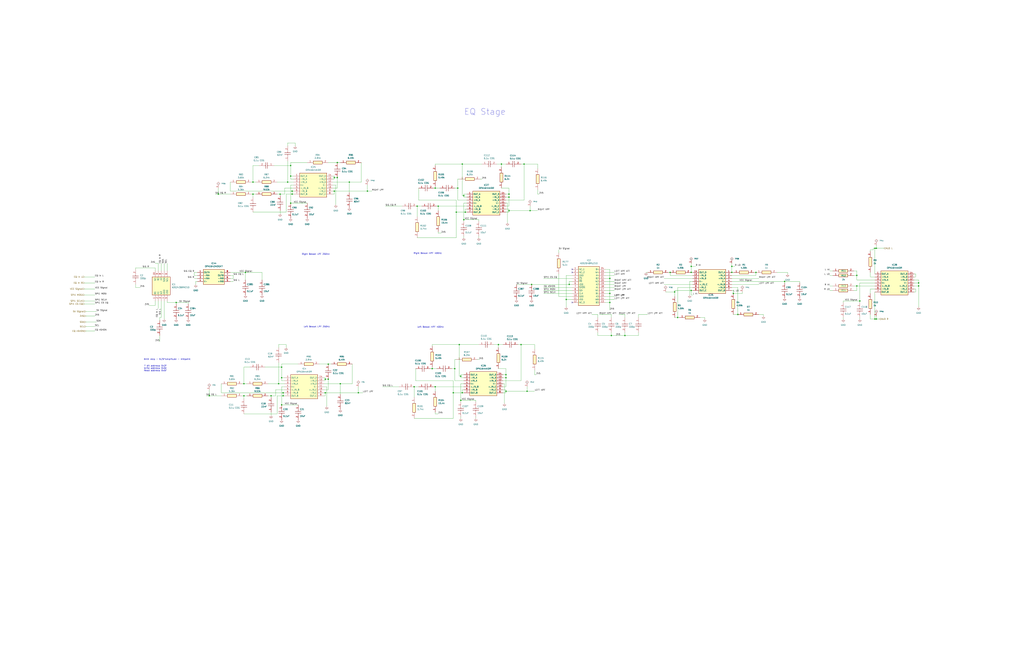
<source format=kicad_sch>
(kicad_sch (version 20231120) (generator "eeschema") (generator_version "8.0")
  (paper "D")
  (title_block (title "Audio System") (date "2025-02-06") (rev "P1") (company "Wolfe Engineering"))
  (junction (at 387.35 290.83))
  (junction (at 349.25 326.39))
  (junction (at 287.02 323.85))
  (junction (at 774.7 241.3))
  (junction (at 236.22 163.83))
  (junction (at 388.62 337.82))
  (junction (at 622.3 265.43))
  (junction (at 205.74 323.85))
  (junction (at 447.04 177.8))
  (junction (at 514.35 234.95))
  (junction (at 439.42 290.83))
  (junction (at 637.54 229.87))
  (junction (at 618.49 247.65))
  (junction (at 514.35 255.27))
  (junction (at 582.93 245.11))
  (junction (at 444.5 330.2))
  (junction (at 207.01 229.87))
  (junction (at 420.37 290.83))
  (junction (at 276.86 307.34))
  (junction (at 722.63 232.41))
  (junction (at 383.54 311.15))
  (junction (at 441.96 138.43))
  (junction (at 617.22 224.79))
  (junction (at 302.26 331.47))
  (junction (at 367.03 326.39))
  (junction (at 426.72 316.23))
  (junction (at 737.87 209.55))
  (junction (at 351.79 173.99))
  (junction (at 213.36 153.67))
  (junction (at 274.32 331.47))
  (junction (at 234.95 323.85))
  (junction (at 565.15 229.87))
  (junction (at 382.27 331.47))
  (junction (at 571.5 267.97))
  (junction (at 228.6 334.01))
  (junction (at 237.49 318.77))
  (junction (at 246.38 163.83))
  (junction (at 246.38 161.29))
  (junction (at 391.16 185.42))
  (junction (at 369.57 173.99))
  (junction (at 367.03 158.75))
  (junction (at 237.49 309.88))
  (junction (at 389.89 331.47))
  (junction (at 477.52 252.73))
  (junction (at 422.91 138.43))
  (junction (at 388.62 317.5))
  (junction (at 582.93 229.87))
  (junction (at 205.74 334.01))
  (junction (at 389.89 138.43))
  (junction (at 294.64 153.67))
  (junction (at 429.26 177.8))
  (junction (at 527.05 283.21))
  (junction (at 184.15 163.83))
  (junction (at 725.17 254))
  (junction (at 386.08 158.75))
  (junction (at 448.31 240.03))
  (junction (at 514.35 247.65))
  (junction (at 426.72 330.2))
  (junction (at 281.94 149.86))
  (junction (at 392.43 179.07))
  (junction (at 276.86 320.04))
  (junction (at 148.59 255.27))
  (junction (at 274.32 320.04))
  (junction (at 284.48 149.86))
  (junction (at 245.11 139.7))
  (junction (at 774.7 238.76))
  (junction (at 426.72 318.77))
  (junction (at 309.88 161.29))
  (junction (at 429.26 163.83))
  (junction (at 515.62 283.21))
  (junction (at 391.16 165.1))
  (junction (at 480.06 240.03))
  (junction (at 582.93 224.79))
  (junction (at 281.94 161.29))
  (junction (at 237.49 341.63))
  (junction (at 739.14 209.55))
  (junction (at 737.87 269.24))
  (junction (at 284.48 137.16))
  (junction (at 238.76 334.01))
  (junction (at 364.49 311.15))
  (junction (at 245.11 148.59))
  (junction (at 384.81 179.07))
  (junction (at 568.96 246.38))
  (junction (at 739.14 269.24))
  (junction (at 661.67 237.49))
  (junction (at 242.57 153.67))
  (junction (at 238.76 331.47))
  (junction (at 617.22 229.87))
  (junction (at 722.63 241.3))
  (junction (at 213.36 163.83))
  (junction (at 245.11 171.45))
  (junction (at 176.53 334.01))
  (junction (at 429.26 166.37))
  (no_connect (at 482.6 227.33))
  (no_connect (at 482.6 229.87))
  (no_connect (at 482.6 255.27))
  (wire (pts (xy 388.62 323.85) (xy 388.62 337.82)))
  (wire (pts (xy 114.3 240.03) (xy 114.3 242.57)))
  (wire (pts (xy 204.47 323.85) (xy 205.74 323.85)))
  (wire (pts (xy 71.12 248.92) (xy 80.01 248.92)))
  (wire (pts (xy 453.39 160.02) (xy 453.39 163.83)))
  (wire (pts (xy 439.42 138.43) (xy 441.96 138.43)))
  (wire (pts (xy 403.86 199.39) (xy 403.86 200.66)))
  (wire (pts (xy 133.35 254) (xy 133.35 260.35)))
  (wire (pts (xy 242.57 120.65) (xy 248.92 120.65)))
  (wire (pts (xy 424.18 331.47) (xy 426.72 331.47)))
  (wire (pts (xy 429.26 166.37) (xy 429.26 173.99)))
  (wire (pts (xy 393.7 176.53) (xy 392.43 176.53)))
  (wire (pts (xy 582.93 248.92) (xy 584.2 248.92)))
  (wire (pts (xy 138.43 222.25) (xy 138.43 228.6)))
  (wire (pts (xy 582.93 229.87) (xy 584.2 229.87)))
  (wire (pts (xy 515.62 267.97) (xy 515.62 265.43)))
  (wire (pts (xy 426.72 316.23) (xy 424.18 316.23)))
  (wire (pts (xy 637.54 229.87) (xy 636.27 229.87)))
  (wire (pts (xy 560.07 234.95) (xy 584.2 234.95)))
  (wire (pts (xy 429.26 177.8) (xy 447.04 177.8)))
  (wire (pts (xy 420.37 290.83) (xy 424.18 290.83)))
  (wire (pts (xy 383.54 303.53) (xy 383.54 311.15)))
  (wire (pts (xy 384.81 179.07) (xy 392.43 179.07)))
  (wire (pts (xy 770.89 231.14) (xy 772.16 231.14)))
  (wire (pts (xy 369.57 195.58) (xy 369.57 196.85)))
  (wire (pts (xy 245.11 148.59) (xy 247.65 148.59)))
  (wire (pts (xy 571.5 242.57) (xy 571.5 267.97)))
  (wire (pts (xy 281.94 151.13) (xy 281.94 149.86)))
  (wire (pts (xy 734.06 243.84) (xy 737.87 243.84)))
  (wire (pts (xy 510.54 227.33) (xy 514.35 227.33)))
  (wire (pts (xy 482.6 232.41) (xy 477.52 232.41)))
  (wire (pts (xy 739.14 209.55) (xy 745.49 209.55)))
  (wire (pts (xy 444.5 330.2) (xy 450.85 330.2)))
  (wire (pts (xy 205.74 349.25) (xy 233.68 349.25)))
  (wire (pts (xy 294.64 153.67) (xy 280.67 153.67)))
  (wire (pts (xy 560.07 240.03) (xy 584.2 240.03)))
  (wire (pts (xy 287.02 323.85) (xy 287.02 332.74)))
  (wire (pts (xy 637.54 232.41) (xy 637.54 229.87)))
  (wire (pts (xy 736.6 209.55) (xy 736.6 210.82)))
  (wire (pts (xy 245.11 151.13) (xy 245.11 148.59)))
  (wire (pts (xy 447.04 177.8) (xy 453.39 177.8)))
  (wire (pts (xy 388.62 337.82) (xy 388.62 339.09)))
  (wire (pts (xy 367.03 347.98) (xy 367.03 349.25)))
  (wire (pts (xy 138.43 254) (xy 138.43 269.24)))
  (wire (pts (xy 367.03 326.39) (xy 367.03 330.2)))
  (wire (pts (xy 196.85 232.41) (xy 194.31 232.41)))
  (wire (pts (xy 184.15 158.75) (xy 184.15 163.83)))
  (wire (pts (xy 420.37 311.15) (xy 426.72 311.15)))
  (wire (pts (xy 527.05 280.67) (xy 527.05 283.21)))
  (wire (pts (xy 514.35 255.27) (xy 514.35 261.62)))
  (wire (pts (xy 393.7 168.91) (xy 386.08 168.91)))
  (wire (pts (xy 514.35 234.95) (xy 514.35 247.65)))
  (wire (pts (xy 176.53 334.01) (xy 173.99 334.01)))
  (wire (pts (xy 772.16 246.38) (xy 772.16 243.84)))
  (wire (pts (xy 387.35 290.83) (xy 403.86 290.83)))
  (wire (pts (xy 309.88 156.21) (xy 309.88 161.29)))
  (wire (pts (xy 661.67 237.49) (xy 661.67 238.76)))
  (wire (pts (xy 130.81 254) (xy 130.81 257.81)))
  (wire (pts (xy 391.16 163.83) (xy 393.7 163.83)))
  (wire (pts (xy 617.22 222.25) (xy 617.22 224.79)))
  (wire (pts (xy 477.52 252.73) (xy 477.52 259.08)))
  (wire (pts (xy 233.68 334.01) (xy 233.68 349.25)))
  (wire (pts (xy 281.94 161.29) (xy 280.67 161.29)))
  (wire (pts (xy 163.83 232.41) (xy 163.83 229.87)))
  (wire (pts (xy 393.7 166.37) (xy 391.16 166.37)))
  (wire (pts (xy 237.49 326.39) (xy 237.49 341.63)))
  (wire (pts (xy 770.89 243.84) (xy 772.16 243.84)))
  (wire (pts (xy 426.72 330.2) (xy 426.72 331.47)))
  (wire (pts (xy 640.08 265.43) (xy 643.89 265.43)))
  (wire (pts (xy 365.76 158.75) (xy 367.03 158.75)))
  (wire (pts (xy 158.75 255.27) (xy 148.59 255.27)))
  (wire (pts (xy 246.38 161.29) (xy 247.65 161.29)))
  (wire (pts (xy 772.16 233.68) (xy 772.16 231.14)))
  (wire (pts (xy 245.11 148.59) (xy 245.11 139.7)))
  (wire (pts (xy 275.59 326.39) (xy 275.59 342.9)))
  (wire (pts (xy 734.06 269.24) (xy 737.87 269.24)))
  (wire (pts (xy 447.04 173.99) (xy 447.04 177.8)))
  (wire (pts (xy 429.26 176.53) (xy 426.72 176.53)))
  (wire (pts (xy 294.64 153.67) (xy 294.64 162.56)))
  (wire (pts (xy 477.52 252.73) (xy 482.6 252.73)))
  (wire (pts (xy 426.72 171.45) (xy 427.99 171.45)))
  (wire (pts (xy 391.16 171.45) (xy 393.7 171.45)))
  (wire (pts (xy 510.54 250.19) (xy 518.16 250.19)))
  (wire (pts (xy 238.76 331.47) (xy 238.76 334.01)))
  (wire (pts (xy 350.52 311.15) (xy 350.52 321.31)))
  (wire (pts (xy 205.74 323.85) (xy 208.28 323.85)))
  (wire (pts (xy 401.32 351.79) (xy 401.32 353.06)))
  (wire (pts (xy 426.72 318.77) (xy 426.72 316.23)))
  (wire (pts (xy 568.96 245.11) (xy 568.96 246.38)))
  (wire (pts (xy 422.91 158.75) (xy 429.26 158.75)))
  (wire (pts (xy 205.74 336.55) (xy 205.74 334.01)))
  (wire (pts (xy 424.18 323.85) (xy 425.45 323.85)))
  (wire (pts (xy 510.54 232.41) (xy 518.16 232.41)))
  (wire (pts (xy 213.36 166.37) (xy 213.36 163.83)))
  (wire (pts (xy 281.94 163.83) (xy 281.94 161.29)))
  (wire (pts (xy 233.68 163.83) (xy 236.22 163.83)))
  (wire (pts (xy 349.25 326.39) (xy 353.06 326.39)))
  (wire (pts (xy 722.63 232.41) (xy 722.63 236.22)))
  (wire (pts (xy 699.77 245.11) (xy 702.31 245.11)))
  (wire (pts (xy 510.54 229.87) (xy 518.16 229.87)))
  (wire (pts (xy 538.48 267.97) (xy 538.48 265.43)))
  (wire (pts (xy 386.08 158.75) (xy 386.08 168.91)))
  (wire (pts (xy 429.26 158.75) (xy 429.26 163.83)))
  (wire (pts (xy 499.11 265.43) (xy 504.19 265.43)))
  (wire (pts (xy 392.43 176.53) (xy 392.43 179.07)))
  (wire (pts (xy 737.87 209.55) (xy 737.87 231.14)))
  (wire (pts (xy 388.62 318.77) (xy 388.62 317.5)))
  (wire (pts (xy 426.72 328.93) (xy 424.18 328.93)))
  (wire (pts (xy 563.88 229.87) (xy 565.15 229.87)))
  (wire (pts (xy 205.74 334.01) (xy 208.28 334.01)))
  (wire (pts (xy 280.67 148.59) (xy 281.94 148.59)))
  (wire (pts (xy 302.26 326.39) (xy 302.26 331.47)))
  (wire (pts (xy 72.39 275.59) (xy 80.01 275.59)))
  (wire (pts (xy 236.22 163.83) (xy 236.22 165.1)))
  (wire (pts (xy 364.49 311.15) (xy 368.3 311.15)))
  (wire (pts (xy 699.77 241.3) (xy 702.31 241.3)))
  (wire (pts (xy 737.87 209.55) (xy 739.14 209.55)))
  (wire (pts (xy 426.72 179.07) (xy 429.26 179.07)))
  (wire (pts (xy 387.35 290.83) (xy 387.35 317.5)))
  (wire (pts (xy 140.97 222.25) (xy 140.97 228.6)))
  (wire (pts (xy 284.48 137.16) (xy 287.02 137.16)))
  (wire (pts (xy 527.05 283.21) (xy 515.62 283.21)))
  (wire (pts (xy 384.81 168.91) (xy 384.81 179.07)))
  (wire (pts (xy 281.94 149.86) (xy 281.94 148.59)))
  (wire (pts (xy 699.77 228.6) (xy 702.31 228.6)))
  (wire (pts (xy 237.49 318.77) (xy 240.03 318.77)))
  (wire (pts (xy 148.59 255.27) (xy 148.59 256.54)))
  (wire (pts (xy 274.32 321.31) (xy 274.32 320.04)))
  (wire (pts (xy 584.2 245.11) (xy 582.93 245.11)))
  (wire (pts (xy 196.85 234.95) (xy 196.85 232.41)))
  (wire (pts (xy 259.08 137.16) (xy 245.11 137.16)))
  (wire (pts (xy 232.41 328.93) (xy 232.41 334.01)))
  (wire (pts (xy 71.12 243.84) (xy 80.01 243.84)))
  (wire (pts (xy 770.89 241.3) (xy 774.7 241.3)))
  (wire (pts (xy 388.62 337.82) (xy 401.32 337.82)))
  (wire (pts (xy 426.72 326.39) (xy 424.18 326.39)))
  (wire (pts (xy 158.75 256.54) (xy 158.75 255.27)))
  (wire (pts (xy 287.02 323.85) (xy 273.05 323.85)))
  (wire (pts (xy 364.49 292.1) (xy 364.49 290.83)))
  (wire (pts (xy 403.86 186.69) (xy 403.86 185.42)))
  (wire (pts (xy 234.95 290.83) (xy 241.3 290.83)))
  (wire (pts (xy 510.54 245.11) (xy 518.16 245.11)))
  (wire (pts (xy 389.89 165.1) (xy 391.16 165.1)))
  (wire (pts (xy 419.1 138.43) (xy 422.91 138.43)))
  (wire (pts (xy 590.55 267.97) (xy 594.36 267.97)))
  (wire (pts (xy 382.27 331.47) (xy 389.89 331.47)))
  (wire (pts (xy 133.35 228.6) (xy 133.35 222.25)))
  (wire (pts (xy 367.03 158.75) (xy 370.84 158.75)))
  (wire (pts (xy 422.91 138.43) (xy 426.72 138.43)))
  (wire (pts (xy 274.32 331.47) (xy 302.26 331.47)))
  (wire (pts (xy 72.39 279.4) (xy 80.01 279.4)))
  (wire (pts (xy 582.93 222.25) (xy 582.93 224.79)))
  (wire (pts (xy 228.6 347.98) (xy 228.6 350.52)))
  (wire (pts (xy 213.36 163.83) (xy 215.9 163.83)))
  (wire (pts (xy 416.56 290.83) (xy 420.37 290.83)))
  (wire (pts (xy 737.87 246.38) (xy 737.87 269.24)))
  (wire (pts (xy 236.22 177.8) (xy 236.22 180.34)))
  (wire (pts (xy 643.89 265.43) (xy 643.89 266.7)))
  (wire (pts (xy 240.03 158.75) (xy 240.03 163.83)))
  (wire (pts (xy 166.37 232.41) (xy 163.83 232.41)))
  (wire (pts (xy 568.96 267.97) (xy 571.5 267.97)))
  (wire (pts (xy 618.49 245.11) (xy 618.49 247.65)))
  (wire (pts (xy 246.38 161.29) (xy 246.38 163.83)))
  (wire (pts (xy 482.6 250.19) (xy 471.17 250.19)))
  (wire (pts (xy 774.7 238.76) (xy 774.7 241.3)))
  (wire (pts (xy 722.63 228.6) (xy 722.63 232.41)))
  (wire (pts (xy 184.15 163.83) (xy 181.61 163.83)))
  (wire (pts (xy 135.89 222.25) (xy 135.89 228.6)))
  (wire (pts (xy 510.54 234.95) (xy 514.35 234.95)))
  (wire (pts (xy 471.17 250.19) (xy 471.17 231.14)))
  (wire (pts (xy 240.03 334.01) (xy 238.76 334.01)))
  (wire (pts (xy 505.46 265.43) (xy 515.62 265.43)))
  (wire (pts (xy 383.54 158.75) (xy 386.08 158.75)))
  (wire (pts (xy 527.05 267.97) (xy 527.05 265.43)))
  (wire (pts (xy 514.35 227.33) (xy 514.35 234.95)))
  (wire (pts (xy 194.31 161.29) (xy 194.31 153.67)))
  (wire (pts (xy 450.85 312.42) (xy 450.85 316.23)))
  (wire (pts (xy 381 311.15) (xy 383.54 311.15)))
  (wire (pts (xy 297.18 307.34) (xy 297.18 323.85)))
  (wire (pts (xy 280.67 151.13) (xy 281.94 151.13)))
  (wire (pts (xy 125.73 257.81) (xy 130.81 257.81)))
  (wire (pts (xy 582.93 224.79) (xy 582.93 229.87)))
  (wire (pts (xy 774.7 241.3) (xy 774.7 259.08)))
  (wire (pts (xy 388.62 351.79) (xy 388.62 353.06)))
  (wire (pts (xy 618.49 265.43) (xy 622.3 265.43)))
  (wire (pts (xy 453.39 163.83) (xy 454.66 163.83)))
  (wire (pts (xy 581.66 237.49) (xy 584.2 237.49)))
  (wire (pts (xy 383.54 311.15) (xy 383.54 321.31)))
  (wire (pts (xy 770.89 236.22) (xy 774.7 236.22)))
  (wire (pts (xy 389.89 138.43) (xy 389.89 165.1)))
  (wire (pts (xy 594.36 267.97) (xy 594.36 269.24)))
  (wire (pts (xy 213.36 139.7) (xy 218.44 139.7)))
  (wire (pts (xy 424.18 318.77) (xy 426.72 318.77)))
  (wire (pts (xy 736.6 209.55) (xy 737.87 209.55)))
  (wire (pts (xy 223.52 309.88) (xy 237.49 309.88)))
  (wire (pts (xy 439.42 290.83) (xy 439.42 321.31)))
  (wire (pts (xy 205.74 334.01) (xy 204.47 334.01)))
  (wire (pts (xy 213.36 139.7) (xy 213.36 153.67)))
  (wire (pts (xy 617.22 237.49) (xy 661.67 237.49)))
  (wire (pts (xy 480.06 240.03) (xy 482.6 240.03)))
  (wire (pts (xy 349.25 326.39) (xy 349.25 335.28)))
  (wire (pts (xy 384.81 200.66) (xy 384.81 179.07)))
  (wire (pts (xy 389.89 138.43) (xy 406.4 138.43)))
  (wire (pts (xy 350.52 321.31) (xy 382.27 321.31)))
  (wire (pts (xy 194.31 234.95) (xy 196.85 234.95)))
  (wire (pts (xy 720.09 228.6) (xy 722.63 228.6)))
  (wire (pts (xy 280.67 156.21) (xy 283.21 156.21)))
  (wire (pts (xy 368.3 173.99) (xy 369.57 173.99)))
  (wire (pts (xy 241.3 163.83) (xy 241.3 179.07)))
  (wire (pts (xy 388.62 317.5) (xy 388.62 316.23)))
  (wire (pts (xy 510.54 255.27) (xy 514.35 255.27)))
  (wire (pts (xy 725.17 255.27) (xy 725.17 254)))
  (wire (pts (xy 284.48 149.86) (xy 281.94 149.86)))
  (wire (pts (xy 453.39 138.43) (xy 441.96 138.43)))
  (wire (pts (xy 72.39 271.78) (xy 81.28 271.78)))
  (wire (pts (xy 363.22 311.15) (xy 364.49 311.15)))
  (wire (pts (xy 617.22 234.95) (xy 640.08 234.95)))
  (wire (pts (xy 720.09 241.3) (xy 722.63 241.3)))
  (wire (pts (xy 538.48 265.43) (xy 546.1 265.43)))
  (wire (pts (xy 194.31 163.83) (xy 184.15 163.83)))
  (wire (pts (xy 114.3 226.06) (xy 130.81 226.06)))
  (wire (pts (xy 734.06 233.68) (xy 737.87 233.68)))
  (wire (pts (xy 582.93 224.79) (xy 586.74 224.79)))
  (wire (pts (xy 389.89 331.47) (xy 391.16 331.47)))
  (wire (pts (xy 134.62 283.21) (xy 134.62 288.29)))
  (wire (pts (xy 71.12 256.54) (xy 80.01 256.54)))
  (wire (pts (xy 130.81 228.6) (xy 130.81 226.06)))
  (wire (pts (xy 581.66 237.49) (xy 581.66 248.92)))
  (wire (pts (xy 176.53 328.93) (xy 176.53 334.01)))
  (wire (pts (xy 364.49 309.88) (xy 364.49 311.15)))
  (wire (pts (xy 351.79 200.66) (xy 384.81 200.66)))
  (wire (pts (xy 448.31 240.03) (xy 480.06 240.03)))
  (wire (pts (xy 163.83 234.95) (xy 166.37 234.95)))
  (wire (pts (xy 228.6 334.01) (xy 232.41 334.01)))
  (wire (pts (xy 364.49 290.83) (xy 387.35 290.83)))
  (wire (pts (xy 391.16 185.42) (xy 391.16 186.69)))
  (wire (pts (xy 424.18 321.31) (xy 439.42 321.31)))
  (wire (pts (xy 130.81 222.25) (xy 133.35 222.25)))
  (wire (pts (xy 544.83 229.87) (xy 546.1 229.87)))
  (wire (pts (xy 734.06 210.82) (xy 734.06 212.09)))
  (wire (pts (xy 237.49 341.63) (xy 251.46 341.63)))
  (wire (pts (xy 450.85 316.23) (xy 452.12 316.23)))
  (wire (pts (xy 369.57 173.99) (xy 393.7 173.99)))
  (wire (pts (xy 383.54 303.53) (xy 384.81 303.53)))
  (wire (pts (xy 725.17 267.97) (xy 725.17 269.24)))
  (wire (pts (xy 165.1 237.49) (xy 165.1 240.03)))
  (wire (pts (xy 538.48 283.21) (xy 527.05 283.21)))
  (wire (pts (xy 655.32 229.87) (xy 664.21 229.87)))
  (wire (pts (xy 280.67 163.83) (xy 281.94 163.83)))
  (wire (pts (xy 722.63 241.3) (xy 737.87 241.3)))
  (wire (pts (xy 148.59 255.27) (xy 140.97 255.27)))
  (wire (pts (xy 617.22 240.03) (xy 640.08 240.03)))
  (wire (pts (xy 163.83 229.87) (xy 166.37 229.87)))
  (wire (pts (xy 238.76 331.47) (xy 186.69 331.47)))
  (wire (pts (xy 276.86 137.16) (xy 284.48 137.16)))
  (wire (pts (xy 247.65 156.21) (xy 245.11 156.21)))
  (wire (pts (xy 770.89 238.76) (xy 774.7 238.76)))
  (wire (pts (xy 274.32 334.01) (xy 274.32 331.47)))
  (wire (pts (xy 273.05 328.93) (xy 276.86 328.93)))
  (wire (pts (xy 722.63 241.3) (xy 722.63 245.11)))
  (wire (pts (xy 770.89 233.68) (xy 772.16 233.68)))
  (wire (pts (xy 561.34 246.38) (xy 568.96 246.38)))
  (wire (pts (xy 274.32 331.47) (xy 273.05 331.47)))
  (wire (pts (xy 429.26 163.83) (xy 426.72 163.83)))
  (wire (pts (xy 283.21 156.21) (xy 283.21 172.72)))
  (wire (pts (xy 367.03 139.7) (xy 367.03 138.43)))
  (wire (pts (xy 426.72 311.15) (xy 426.72 316.23)))
  (wire (pts (xy 135.89 267.97) (xy 135.89 254)))
  (wire (pts (xy 510.54 240.03) (xy 518.16 240.03)))
  (wire (pts (xy 515.62 283.21) (xy 504.19 283.21)))
  (wire (pts (xy 213.36 153.67) (xy 215.9 153.67)))
  (wire (pts (xy 251.46 307.34) (xy 237.49 307.34)))
  (wire (pts (xy 248.92 120.65) (xy 248.92 123.19)))
  (wire (pts (xy 429.26 177.8) (xy 429.26 176.53)))
  (wire (pts (xy 739.14 207.01) (xy 739.14 209.55)))
  (wire (pts (xy 582.93 245.11) (xy 568.96 245.11)))
  (wire (pts (xy 367.03 349.25) (xy 369.57 349.25)))
  (wire (pts (xy 382.27 353.06) (xy 382.27 331.47)))
  (wire (pts (xy 435.61 240.03) (xy 448.31 240.03)))
  (wire (pts (xy 226.06 334.01) (xy 228.6 334.01)))
  (wire (pts (xy 367.03 138.43) (xy 389.89 138.43)))
  (wire (pts (xy 353.06 168.91) (xy 384.81 168.91)))
  (wire (pts (xy 527.05 265.43) (xy 521.97 265.43)))
  (wire (pts (xy 458.47 234.95) (xy 482.6 234.95)))
  (wire (pts (xy 245.11 171.45) (xy 259.08 171.45)))
  (wire (pts (xy 246.38 161.29) (xy 194.31 161.29)))
  (wire (pts (xy 237.49 307.34) (xy 237.49 309.88)))
  (wire (pts (xy 734.06 210.82) (xy 736.6 210.82)))
  (wire (pts (xy 391.16 321.31) (xy 383.54 321.31)))
  (wire (pts (xy 737.87 269.24) (xy 739.14 269.24)))
  (wire (pts (xy 538.48 280.67) (xy 538.48 283.21)))
  (wire (pts (xy 734.06 265.43) (xy 734.06 269.24)))
  (wire (pts (xy 391.16 328.93) (xy 389.89 328.93)))
  (wire (pts (xy 240.03 328.93) (xy 232.41 328.93)))
  (wire (pts (xy 510.54 247.65) (xy 514.35 247.65)))
  (wire (pts (xy 622.3 242.57) (xy 622.3 265.43)))
  (wire (pts (xy 584.2 242.57) (xy 571.5 242.57)))
  (wire (pts (xy 406.4 151.13) (xy 405.13 151.13)))
  (wire (pts (xy 392.43 179.07) (xy 393.7 179.07)))
  (wire (pts (xy 403.86 303.53) (xy 402.59 303.53)))
  (wire (pts (xy 226.06 323.85) (xy 234.95 323.85)))
  (wire (pts (xy 617.22 229.87) (xy 618.49 229.87)))
  (wire (pts (xy 388.62 323.85) (xy 391.16 323.85)))
  (wire (pts (xy 450.85 290.83) (xy 450.85 294.64)))
  (wire (pts (xy 661.67 237.49) (xy 674.37 237.49)))
  (wire (pts (xy 565.15 232.41) (xy 584.2 232.41)))
  (wire (pts (xy 391.16 165.1) (xy 391.16 163.83)))
  (wire (pts (xy 205.74 309.88) (xy 205.74 323.85)))
  (wire (pts (xy 269.24 307.34) (xy 276.86 307.34)))
  (wire (pts (xy 247.65 163.83) (xy 246.38 163.83)))
  (wire (pts (xy 134.62 267.97) (xy 134.62 270.51)))
  (wire (pts (xy 441.96 138.43) (xy 441.96 168.91)))
  (wire (pts (xy 391.16 318.77) (xy 388.62 318.77)))
  (wire (pts (xy 426.72 168.91) (xy 441.96 168.91)))
  (wire (pts (xy 444.5 326.39) (xy 444.5 330.2)))
  (wire (pts (xy 514.35 247.65) (xy 514.35 255.27)))
  (wire (pts (xy 471.17 213.36) (xy 471.17 210.82)))
  (wire (pts (xy 280.67 158.75) (xy 284.48 158.75)))
  (wire (pts (xy 322.58 326.39) (xy 336.55 326.39)))
  (wire (pts (xy 304.8 137.16) (xy 304.8 153.67)))
  (wire (pts (xy 720.09 232.41) (xy 722.63 232.41)))
  (wire (pts (xy 401.32 339.09) (xy 401.32 337.82)))
  (wire (pts (xy 458.47 242.57) (xy 482.6 242.57)))
  (wire (pts (xy 237.49 318.77) (xy 237.49 309.88)))
  (wire (pts (xy 304.8 153.67) (xy 294.64 153.67)))
  (wire (pts (xy 453.39 138.43) (xy 453.39 142.24)))
  (wire (pts (xy 72.39 262.89) (xy 81.28 262.89)))
  (wire (pts (xy 699.77 232.41) (xy 702.31 232.41)))
  (wire (pts (xy 213.36 179.07) (xy 241.3 179.07)))
  (wire (pts (xy 571.5 267.97) (xy 572.77 267.97)))
  (wire (pts (xy 369.57 173.99) (xy 369.57 177.8)))
  (wire (pts (xy 297.18 323.85) (xy 287.02 323.85)))
  (wire (pts (xy 166.37 237.49) (xy 165.1 237.49)))
  (wire (pts (xy 386.08 151.13) (xy 386.08 158.75)))
  (wire (pts (xy 420.37 290.83) (xy 420.37 293.37)))
  (wire (pts (xy 234.95 293.37) (xy 234.95 290.83)))
  (wire (pts (xy 770.89 246.38) (xy 772.16 246.38)))
  (wire (pts (xy 247.65 158.75) (xy 240.03 158.75)))
  (wire (pts (xy 276.86 307.34) (xy 279.4 307.34)))
  (wire (pts (xy 351.79 173.99) (xy 355.6 173.99)))
  (wire (pts (xy 194.31 229.87) (xy 207.01 229.87)))
  (wire (pts (xy 425.45 323.85) (xy 425.45 340.36)))
  (wire (pts (xy 284.48 158.75) (xy 284.48 149.86)))
  (wire (pts (xy 674.37 238.76) (xy 674.37 237.49)))
  (wire (pts (xy 247.65 151.13) (xy 245.11 151.13)))
  (wire (pts (xy 458.47 247.65) (xy 482.6 247.65)))
  (wire (pts (xy 273.05 326.39) (xy 275.59 326.39)))
  (wire (pts (xy 720.09 245.11) (xy 722.63 245.11)))
  (wire (pts (xy 369.57 196.85) (xy 372.11 196.85)))
  (wire (pts (xy 582.93 245.11) (xy 582.93 248.92)))
  (wire (pts (xy 240.03 321.31) (xy 237.49 321.31)))
  (wire (pts (xy 388.62 316.23) (xy 391.16 316.23)))
  (wire (pts (xy 228.6 334.01) (xy 228.6 335.28)))
  (wire (pts (xy 391.16 166.37) (xy 391.16 165.1)))
  (wire (pts (xy 238.76 334.01) (xy 233.68 334.01)))
  (wire (pts (xy 213.36 163.83) (xy 212.09 163.83)))
  (wire (pts (xy 242.57 153.67) (xy 247.65 153.67)))
  (wire (pts (xy 114.3 227.33) (xy 114.3 226.06)))
  (wire (pts (xy 140.97 254) (xy 140.97 255.27)))
  (wire (pts (xy 71.12 238.76) (xy 80.01 238.76)))
  (wire (pts (xy 237.49 321.31) (xy 237.49 318.77)))
  (wire (pts (xy 349.25 353.06) (xy 382.27 353.06)))
  (wire (pts (xy 426.72 318.77) (xy 426.72 326.39)))
  (wire (pts (xy 212.09 153.67) (xy 213.36 153.67)))
  (wire (pts (xy 72.39 266.7) (xy 80.01 266.7)))
  (wire (pts (xy 617.22 229.87) (xy 617.22 224.79)))
  (wire (pts (xy 458.47 245.11) (xy 482.6 245.11)))
  (wire (pts (xy 391.16 185.42) (xy 403.86 185.42)))
  (wire (pts (xy 274.32 320.04) (xy 274.32 318.77)))
  (wire (pts (xy 510.54 252.73) (xy 518.16 252.73)))
  (wire (pts (xy 234.95 323.85) (xy 240.03 323.85)))
  (wire (pts (xy 367.03 326.39) (xy 391.16 326.39)))
  (wire (pts (xy 325.12 173.99) (xy 339.09 173.99)))
  (wire (pts (xy 725.17 238.76) (xy 725.17 254)))
  (wire (pts (xy 389.89 328.93) (xy 389.89 331.47)))
  (wire (pts (xy 504.19 267.97) (xy 504.19 265.43)))
  (wire (pts (xy 510.54 237.49) (xy 518.16 237.49)))
  (wire (pts (xy 246.38 163.83) (xy 241.3 163.83)))
  (wire (pts (xy 186.69 331.47) (xy 186.69 323.85)))
  (wire (pts (xy 71.12 254) (xy 80.01 254)))
  (wire (pts (xy 436.88 290.83) (xy 439.42 290.83)))
  (wire (pts (xy 273.05 321.31) (xy 274.32 321.31)))
  (wire (pts (xy 194.31 237.49) (xy 196.85 237.49)))
  (wire (pts (xy 734.06 243.84) (xy 734.06 247.65)))
  (wire (pts (xy 387.35 317.5) (xy 388.62 317.5)))
  (wire (pts (xy 302.26 331.47) (xy 306.07 331.47)))
  (wire (pts (xy 426.72 166.37) (xy 429.26 166.37)))
  (wire (pts (xy 245.11 137.16) (xy 245.11 139.7)))
  (wire (pts (xy 386.08 151.13) (xy 387.35 151.13)))
  (wire (pts (xy 480.06 237.49) (xy 480.06 240.03)))
  (wire (pts (xy 351.79 173.99) (xy 351.79 182.88)))
  (wire (pts (xy 426.72 330.2) (xy 426.72 328.93)))
  (wire (pts (xy 737.87 238.76) (xy 725.17 238.76)))
  (wire (pts (xy 276.86 320.04) (xy 274.32 320.04)))
  (wire (pts (xy 134.62 267.97) (xy 135.89 267.97)))
  (wire (pts (xy 617.22 232.41) (xy 637.54 232.41)))
  (wire (pts (xy 353.06 158.75) (xy 353.06 168.91)))
  (wire (pts (xy 245.11 156.21) (xy 245.11 171.45)))
  (wire (pts (xy 734.06 229.87) (xy 734.06 233.68)))
  (wire (pts (xy 477.52 232.41) (xy 477.52 252.73)))
  (wire (pts (xy 774.7 236.22) (xy 774.7 238.76)))
  (wire (pts (xy 281.94 161.29) (xy 309.88 161.29)))
  (wire (pts (xy 664.21 229.87) (xy 664.21 231.14)))
  (wire (pts (xy 626.11 246.38) (xy 626.11 247.65)))
  (wire (pts (xy 391.16 199.39) (xy 391.16 200.66)))
  (wire (pts (xy 242.57 123.19) (xy 242.57 120.65)))
  (wire (pts (xy 207.01 229.87) (xy 207.01 236.22)))
  (wire (pts (xy 273.05 334.01) (xy 274.32 334.01)))
  (wire (pts (xy 276.86 328.93) (xy 276.86 320.04)))
  (wire (pts (xy 238.76 331.47) (xy 240.03 331.47)))
  (wire (pts (xy 367.03 157.48) (xy 367.03 158.75)))
  (wire (pts (xy 205.74 309.88) (xy 210.82 309.88)))
  (wire (pts (xy 429.26 177.8) (xy 429.26 179.07)))
  (wire (pts (xy 231.14 139.7) (xy 245.11 139.7)))
  (wire (pts (xy 71.12 233.68) (xy 80.01 233.68)))
  (wire (pts (xy 711.2 254) (xy 711.2 255.27)))
  (wire (pts (xy 722.63 236.22) (xy 737.87 236.22)))
  (wire (pts (xy 504.19 283.21) (xy 504.19 280.67)))
  (wire (pts (xy 273.05 318.77) (xy 274.32 318.77)))
  (wire (pts (xy 426.72 330.2) (xy 444.5 330.2)))
  (wire (pts (xy 711.2 269.24) (xy 711.2 267.97)))
  (wire (pts (xy 429.26 173.99) (xy 426.72 173.99)))
  (wire (pts (xy 240.03 326.39) (xy 237.49 326.39)))
  (wire (pts (xy 236.22 163.83) (xy 240.03 163.83)))
  (wire (pts (xy 365.76 326.39) (xy 367.03 326.39)))
  (wire (pts (xy 391.16 171.45) (xy 391.16 185.42)))
  (wire (pts (xy 450.85 290.83) (xy 439.42 290.83)))
  (wire (pts (xy 510.54 242.57) (xy 518.16 242.57)))
  (wire (pts (xy 114.3 242.57) (xy 118.11 242.57)))
  (wire (pts (xy 565.15 232.41) (xy 565.15 229.87)))
  (wire (pts (xy 207.01 229.87) (xy 220.98 229.87)))
  (wire (pts (xy 482.6 237.49) (xy 480.06 237.49)))
  (wire (pts (xy 617.22 224.79) (xy 619.76 224.79)))
  (wire (pts (xy 515.62 280.67) (xy 515.62 283.21)))
  (wire (pts (xy 618.49 247.65) (xy 626.11 247.65)))
  (wire (pts (xy 220.98 229.87) (xy 220.98 236.22)))
  (wire (pts (xy 242.57 135.89) (xy 242.57 153.67)))
  (wire (pts (xy 739.14 269.24) (xy 741.68 269.24)))
  (wire (pts (xy 309.88 161.29) (xy 313.69 161.29)))
  (wire (pts (xy 429.26 166.37) (xy 429.26 163.83)))
  (wire (pts (xy 711.2 254) (xy 725.17 254)))
  (wire (pts (xy 617.22 242.57) (xy 622.3 242.57)))
  (wire (pts (xy 617.22 245.11) (xy 618.49 245.11)))
  (wire (pts (xy 427.99 171.45) (xy 427.99 187.96)))
  (wire (pts (xy 382.27 321.31) (xy 382.27 331.47)))
  (wire (pts (xy 568.96 246.38) (xy 568.96 250.19)))
  (wire (pts (xy 422.91 138.43) (xy 422.91 140.97)))
  (wire (pts (xy 234.95 306.07) (xy 234.95 323.85)))
  (wire (pts (xy 241.3 290.83) (xy 241.3 293.37)))
  (wire (pts (xy 233.68 153.67) (xy 242.57 153.67)))
  (wire (pts (xy 186.69 334.01) (xy 176.53 334.01)))
  (wire (pts (xy 739.14 266.7) (xy 739.14 269.24)))
  (text "7 bit address: 0x2F\nWrite address: 0x5E\nRead address: 0x5F" (at 131.064 310.896 0) (effects (font (size 1.27 1.27))))
  (text "Right Bessel HPF 400Hz" (at 348.742 214.63 0) (effects (font (size 1.27 1.27)) (justify left bottom)))
  (text "64th step - 0.25*amplitude - midpoint" (at 121.412 304.038 0) (effects (font (size 1.27 1.27)) (justify left bottom)))
  (text "Right Bessel LPF 250Hz" (at 254.508 215.392 0) (effects (font (size 1.27 1.27)) (justify left bottom)))
  (text "EQ Stage" (at 408.94 94.488 0) (effects (font (size 5.08 5.08))))
  (text "Left Bessel HPF 400Hz" (at 351.79 276.86 0) (effects (font (size 1.27 1.27)) (justify left bottom)))
  (text "Left Bessel LPF 250Hz" (at 256.032 276.606 0) (effects (font (size 1.27 1.27)) (justify left bottom)))
  (label "SIG R" (at 163.83 234.95 180))
  (label "SDA" (at 138.43 222.25 90))
  (label "SPI1 MOSI" (at 458.47 245.11 0))
  (label "SIG EQ R" (at 325.12 173.99 0))
  (label "R HI" (at 586.74 224.79 0))
  (label "EQ nSHDN" (at 80.01 279.4 0))
  (label "EQ In R" (at 80.01 238.76 0))
  (label "VCC Signal" (at 400.05 337.82 180))
  (label "LEFT LPF ATT" (at 640.08 240.03 0))
  (label "L LO" (at 699.77 232.41 180))
  (label "SIG R" (at 125.73 226.06 180))
  (label "5V Signal" (at 471.17 210.82 0))
  (label "LEFT HPF ATT" (at 560.07 240.03 180))
  (label "SPI1 SCLK" (at 80.01 254 0))
  (label "EQ In R" (at 135.89 222.25 90))
  (label "RIGHT LPF ATT" (at 521.97 265.43 0))
  (label "VCC Signal" (at 240.03 341.63 0))
  (label "LEFT HPF" (at 518.16 232.41 0))
  (label "R LO" (at 619.76 224.79 0))
  (label "VCC Signal" (at 201.93 229.87 0))
  (label "RIGHT HPF ATT" (at 560.07 234.95 180))
  (label "VCC Signal" (at 623.57 237.49 0))
  (label "SIG L" (at 196.85 237.49 0))
  (label "RIGHT HPF ATT" (at 505.46 265.43 0))
  (label "R HI" (at 699.77 241.3 180))
  (label "SIG EQ L" (at 196.85 232.41 0))
  (label "2V5" (at 118.11 242.57 0))
  (label "EQ In L" (at 80.01 233.68 0))
  (label "2V5" (at 80.01 266.7 0))
  (label "2V5" (at 452.12 316.23 0))
  (label "5V Signal" (at 435.61 240.03 0))
  (label "2V5" (at 403.86 303.53 0))
  (label "LEFT HPF ATT" (at 499.11 265.43 180))
  (label "2V5" (at 514.35 261.62 0))
  (label "RIGHT HPF" (at 453.39 177.8 0))
  (label "2V5" (at 454.66 163.83 0))
  (label "LEFT LPF ATT" (at 546.1 265.43 0))
  (label "VCC Signal" (at 80.01 243.84 0))
  (label "SIG L" (at 135.89 260.35 270))
  (label "L HI" (at 584.2 248.92 0))
  (label "2V5" (at 406.4 151.13 0))
  (label "2V5" (at 519.43 283.21 0))
  (label "L LO" (at 618.49 246.38 0))
  (label "R LO" (at 699.77 245.11 180))
  (label "LEFT LPF" (at 518.16 250.19 0))
  (label "SIG EQ L" (at 173.99 334.01 0))
  (label "RIGHT LPF" (at 518.16 242.57 0))
  (label "SIG EQ R" (at 163.83 229.87 180))
  (label "5V Signal" (at 81.28 262.89 0))
  (label "LEFT LPF" (at 518.16 250.19 0))
  (label "SPI1 MOSI" (at 80.01 248.92 0))
  (label "EQ nSHDN" (at 458.47 242.57 0))
  (label "SPI1 CS EQ" (at 458.47 234.95 0))
  (label "VCC Signal" (at 712.47 254 0))
  (label "2V5" (at 130.81 222.25 180))
  (label "SIG EQ R" (at 181.61 163.83 0))
  (label "LEFT HPF" (at 450.85 330.2 0))
  (label "SIG EQ L" (at 322.58 326.39 0))
  (label "RIGHT HPF ATT" (at 518.16 237.49 0))
  (label "2V5" (at 134.62 288.29 180))
  (label "SPI1 CS EQ" (at 80.01 256.54 0))
  (label "RIGHT LPF ATT" (at 640.08 234.95 0))
  (label "LEFT LPF ATT" (at 518.16 252.73 0))
  (label "SPI1 SCLK" (at 458.47 247.65 0))
  (label "RIGHT HPF" (at 518.16 240.03 0))
  (label "VCC Signal" (at 402.59 185.42 180))
  (label "SDA" (at 81.28 271.78 0))
  (label "RIGHT LPF ATT" (at 518.16 245.11 0))
  (label "LEFT HPF ATT" (at 518.16 229.87 0))
  (label "5V Signal" (at 151.13 255.27 0))
  (label "2V5" (at 372.11 196.85 0))
  (label "EQ In L" (at 133.35 260.35 270))
  (label "SCL" (at 80.01 275.59 0))
  (label "L HI" (at 699.77 228.6 180))
  (label "LEFT LPF" (at 306.07 331.47 0))
  (label "SCL" (at 140.97 222.25 90))
  (label "VCC Signal" (at 247.65 171.45 0))
  (label "RIGHT LPF" (at 313.69 161.29 0))
  (label "2V5" (at 125.73 257.81 180))
  (label "2V5" (at 369.57 349.25 0))
  (hierarchical_label "SCL" (shape input) (at 72.39 275.59 180))
  (hierarchical_label "5V Signal" (shape input) (at 72.39 262.89 180))
  (hierarchical_label "SPI1 SCLK" (shape input) (at 71.12 254 180))
  (hierarchical_label "EQ nSHDN" (shape input) (at 72.39 279.4 180))
  (hierarchical_label "EQ In L" (shape input) (at 71.12 233.68 180))
  (hierarchical_label "AUD L" (shape input) (at 745.49 209.55 0))
  (hierarchical_label "EQ In R" (shape input) (at 71.12 238.76 180))
  (hierarchical_label "2V5" (shape input) (at 72.39 266.7 180))
  (hierarchical_label "SDA" (shape input) (at 72.39 271.78 180))
  (hierarchical_label "SPI1 CS EQ" (shape input) (at 71.12 256.54 180))
  (hierarchical_label "SPI1 MOSI" (shape input) (at 71.12 248.92 180))
  (hierarchical_label "VCC Signal" (shape input) (at 71.12 243.84 180))
  (hierarchical_label "AUD R" (shape input) (at 741.68 269.24 0))
  (symbol (lib_id "Audio System:GRM31C5C1H104JA01L") (at 424.18 290.83 0) (unit 1)
    (property "Reference" "C113" (at 427.482 283.718 0) (effects (justify left)))
    (property "Value" "0.1u COG" (at 427.482 286.258 0) (effects (justify left)))
    (property "Footprint" "1 Audio Amp:CAPC3216X180N" (effects (hide yes)))
    (property "Datasheet" "http://www.murata.com/~/media/webrenewal/support/library/catalog/products/capacitor/mlcc/c02e.pdf" (effects (hide yes)))
    (property "Height" "1.8" (effects (hide yes)))
    (property "Manufacturer_Name" "Murata Electronics" (effects (hide yes)))
    (property "Manufacturer_Part_Number" "GRM31C5C1H104JA01L" (effects (hide yes)))
    (property "Mouser Part Number" "81-GRM31C5C1H104JA1L" (effects (hide yes)))
    (property "Mouser Price/Stock" "https://www.mouser.co.uk/ProductDetail/Murata-Electronics/GRM31C5C1H104JA01L?qs=IFOlSOmtRw2EgRC47bIONw%3D%3D" (effects (hide yes)))
    (property "Arrow Part Number" "GRM31C5C1H104JA01L" (effects (hide yes)))
    (property "Arrow Price/Stock" "https://www.arrow.com/en/products/grm31c5c1h104ja01l/murata-manufacturing?region=nac" (effects (hide yes)))
  )
  (symbol (lib_id "Audio System:C0603C104M5RACTU") (at 711.2 255.27 270) (unit 1)
    (property "Reference" "C117" (at 712.47 259.08 90) (effects (justify left)))
    (property "Value" "0.1uF" (at 712.47 264.795 90) (effects (justify left)))
    (property "Footprint" "1 Audio Amp:C0603" (effects (hide yes)))
    (property "Datasheet" "https://content.kemet.com/datasheets/KEM_C1002_X7R_SMD.pdf" (effects (hide yes)))
    (property "Height" "0.87" (effects (hide yes)))
    (property "Manufacturer_Name" "KEMET" (effects (hide yes)))
    (property "Manufacturer_Part_Number" "C0603C104M5RACTU" (effects (hide yes)))
    (property "Mouser Part Number" "80-C0603C104M5R" (effects (hide yes)))
    (property "Mouser Price/Stock" "https://www.mouser.co.uk/ProductDetail/KEMET/C0603C104M5RACTU?qs=YkRtRX%252BfoqJT%252B0m410IP4A%3D%3D" (effects (hide yes)))
    (property "Arrow Part Number" "C0603C104M5RACTU" (effects (hide yes)))
    (property "Arrow Price/Stock" "https://www.arrow.com/en/products/c0603c104m5ractu/kemet-corporation?utm_currency=USD&region=nac" (effects (hide yes)))
  )
  (symbol (lib_id "Audio System:TP") (at 617.22 218.44 0) (unit 1) (exclude_from_sim yes) (in_bom no)
    (property "Reference" "TP39" (at 619.76 218.4399 0) (effects (font (size 0.9 0.9)) (justify left)))
    (property "Value" "~" (at 617.22 218.44 0))
    (property "Footprint" "1 Audio Amp:TP" (effects (hide yes)))
  )
  (symbol (lib_id "Audio System:C0603C104M5RACTU") (at 661.67 238.76 270) (unit 1)
    (property "Reference" "C99" (at 662.94 242.57 90) (effects (justify left)))
    (property "Value" "0.1uF" (at 662.94 248.285 90) (effects (justify left)))
    (property "Footprint" "1 Audio Amp:C0603" (effects (hide yes)))
    (property "Datasheet" "https://content.kemet.com/datasheets/KEM_C1002_X7R_SMD.pdf" (effects (hide yes)))
    (property "Height" "0.87" (effects (hide yes)))
    (property "Manufacturer_Name" "KEMET" (effects (hide yes)))
    (property "Manufacturer_Part_Number" "C0603C104M5RACTU" (effects (hide yes)))
    (property "Mouser Part Number" "80-C0603C104M5R" (effects (hide yes)))
    (property "Mouser Price/Stock" "https://www.mouser.co.uk/ProductDetail/KEMET/C0603C104M5RACTU?qs=YkRtRX%252BfoqJT%252B0m410IP4A%3D%3D" (effects (hide yes)))
    (property "Arrow Part Number" "C0603C104M5RACTU" (effects (hide yes)))
    (property "Arrow Price/Stock" "https://www.arrow.com/en/products/c0603c104m5ractu/kemet-corporation?utm_currency=USD&region=nac" (effects (hide yes)))
  )
  (symbol (lib_id "Audio System:GRM21BR61H106KE43L") (at 725.17 255.27 270) (unit 1)
    (property "Reference" "C118" (at 726.44 259.08 90) (effects (justify left)))
    (property "Value" "10uF" (at 726.44 264.795 90) (effects (justify left)))
    (property "Footprint" "1 Audio Amp:GRM21x" (effects (hide yes)))
    (property "Datasheet" "https://search.murata.co.jp/Ceramy/image/img/A01X/G101/ENG/GRM21BR61H106KE43-01A.pdf" (effects (hide yes)))
    (property "Height" "1.25" (effects (hide yes)))
    (property "Manufacturer_Name" "Murata Electronics" (effects (hide yes)))
    (property "Manufacturer_Part_Number" "GRM21BR61H106KE43L" (effects (hide yes)))
    (property "Mouser Part Number" "81-GRM21BR61H106KE3L" (effects (hide yes)))
    (property "Mouser Price/Stock" "https://www.mouser.co.uk/ProductDetail/Murata-Electronics/GRM21BR61H106KE43L?qs=lYGu3FyN48cBZlIduWKclg%3D%3D" (effects (hide yes)))
    (property "Arrow Part Number" "GRM21BR61H106KE43L" (effects (hide yes)))
    (property "Arrow Price/Stock" "https://www.arrow.com/en/products/grm21br61h106ke43l/murata-manufacturing?region=nac" (effects (hide yes)))
  )
  (symbol (lib_name "GND_28") (lib_id "power:GND") (at 711.2 269.24 0) (unit 1)
    (property "Reference" "#PWR0162" (effects (hide yes)))
    (property "Value" "GND" (at 711.2 274.32 0))
  )
  (symbol (lib_id "1 Audio Amp:AD5243BRMZ10") (at 130.81 254 90) (unit 1)
    (property "Reference" "IC1" (at 144.78 240.0299 90) (effects (justify right)))
    (property "Value" "AD5243BRMZ10" (at 144.78 242.5699 90) (effects (justify right)))
    (property "Footprint" "SOP50P490X110-10N" (effects (hide yes)))
    (property "Datasheet" "https://datasheet.datasheetarchive.com/originals/distributors/Datasheets-4/DSA-75456.pdf" (effects (hide yes)))
    (property "Description" "AD5243BRMZ10, Digital Potentiometer 10k 256-Position 2-channel Serial-2 Wire, Serial-I2C 10-Pin MSOP" (effects (hide yes)))
    (property "Height" "1.1" (effects (hide yes)))
    (property "Manufacturer_Name" "Analog Devices" (effects (hide yes)))
    (property "Manufacturer_Part_Number" "AD5243BRMZ10" (effects (hide yes)))
    (property "Mouser Part Number" "584-AD5243BRMZ10" (effects (hide yes)))
    (property "Mouser Price/Stock" "https://www.mouser.co.uk/ProductDetail/Analog-Devices/AD5243BRMZ10?qs=NmRFExCfTkHtnPRbcc%252ByZQ%3D%3D" (effects (hide yes)))
    (property "Arrow Part Number" "AD5243BRMZ10" (effects (hide yes)))
    (property "Arrow Price/Stock" "null?region=nac" (effects (hide yes)))
  )
  (symbol (lib_id "Audio System:C0603C104M5RACTU") (at 245.11 171.45 270) (unit 1)
    (property "Reference" "C90" (at 246.38 175.26 90) (effects (justify left)))
    (property "Value" "0.1uF" (at 246.38 180.975 90) (effects (justify left)))
    (property "Footprint" "1 Audio Amp:C0603" (effects (hide yes)))
    (property "Datasheet" "https://content.kemet.com/datasheets/KEM_C1002_X7R_SMD.pdf" (effects (hide yes)))
    (property "Height" "0.87" (effects (hide yes)))
    (property "Manufacturer_Name" "KEMET" (effects (hide yes)))
    (property "Manufacturer_Part_Number" "C0603C104M5RACTU" (effects (hide yes)))
    (property "Mouser Part Number" "80-C0603C104M5R" (effects (hide yes)))
    (property "Mouser Price/Stock" "https://www.mouser.co.uk/ProductDetail/KEMET/C0603C104M5RACTU?qs=YkRtRX%252BfoqJT%252B0m410IP4A%3D%3D" (effects (hide yes)))
    (property "Arrow Part Number" "C0603C104M5RACTU" (effects (hide yes)))
    (property "Arrow Price/Stock" "https://www.arrow.com/en/products/c0603c104m5ractu/kemet-corporation?utm_currency=USD&region=nac" (effects (hide yes)))
  )
  (symbol (lib_id "Audio System:C0603C104M5RACTU") (at 435.61 240.03 270) (unit 1)
    (property "Reference" "C287" (at 436.88 243.84 90) (effects (justify left)))
    (property "Value" "0.1uF" (at 436.88 249.555 90) (effects (justify left)))
    (property "Footprint" "1 Audio Amp:C0603" (effects (hide yes)))
    (property "Datasheet" "https://content.kemet.com/datasheets/KEM_C1002_X7R_SMD.pdf" (effects (hide yes)))
    (property "Height" "0.87" (effects (hide yes)))
    (property "Manufacturer_Name" "KEMET" (effects (hide yes)))
    (property "Manufacturer_Part_Number" "C0603C104M5RACTU" (effects (hide yes)))
    (property "Mouser Part Number" "80-C0603C104M5R" (effects (hide yes)))
    (property "Mouser Price/Stock" "https://www.mouser.co.uk/ProductDetail/KEMET/C0603C104M5RACTU?qs=YkRtRX%252BfoqJT%252B0m410IP4A%3D%3D" (effects (hide yes)))
    (property "Arrow Part Number" "C0603C104M5RACTU" (effects (hide yes)))
    (property "Arrow Price/Stock" "https://www.arrow.com/en/products/c0603c104m5ractu/kemet-corporation?utm_currency=USD&region=nac" (effects (hide yes)))
  )
  (symbol (lib_id "Audio System:TP") (at 626.11 242.57 0) (unit 1) (exclude_from_sim yes) (in_bom no)
    (property "Reference" "TP41" (at 628.65 242.5699 0) (effects (font (size 0.9 0.9)) (justify left)))
    (property "Value" "~" (at 626.11 242.57 0))
    (property "Footprint" "1 Audio Amp:TP" (effects (hide yes)))
  )
  (symbol (lib_name "GND_26") (lib_id "power:GND") (at 236.22 180.34 0) (unit 1)
    (property "Reference" "#PWR0136" (effects (hide yes)))
    (property "Value" "GND" (at 236.22 185.42 0))
  )
  (symbol (lib_name "GND_24") (lib_id "power:GND") (at 477.52 259.08 0) (unit 1)
    (property "Reference" "#PWR0130" (effects (hide yes)))
    (property "Value" "GND" (at 477.52 264.16 0))
  )
  (symbol (lib_id "1 Audio Amp:ERA-3AEB622V") (at 420.37 311.15 90) (unit 1)
    (property "Reference" "R109" (at 422.91 300.9899 90) (effects (justify right)))
    (property "Value" "6.2k" (at 422.91 303.5299 90) (effects (justify right)))
    (property "Footprint" "ERA3AEB101V" (effects (hide yes)))
    (property "Datasheet" "https://industrial.panasonic.com/cdbs/www-data/pdf/RDM0000/AOA0000C307.pdf" (effects (hide yes)))
    (property "Description" "Metal Thin Film Chip Resistor, 0603, 0.1W" (effects (hide yes)))
    (property "Height" "0.55" (effects (hide yes)))
    (property "Manufacturer_Name" "Panasonic" (effects (hide yes)))
    (property "Manufacturer_Part_Number" "ERA-3AEB622V" (effects (hide yes)))
    (property "Mouser Part Number" "667-ERA-3AEB622V" (effects (hide yes)))
    (property "Mouser Price/Stock" "https://www.mouser.co.uk/ProductDetail/Panasonic/ERA-3AEB622V?qs=m8myXnDJXpUDpCLrz5jrOQ%3D%3D" (effects (hide yes)))
    (property "Arrow Part Number" "ERA-3AEB622V" (effects (hide yes)))
    (property "Arrow Price/Stock" "https://www.arrow.com/en/products/era3aeb622v/panasonic?region=nac" (effects (hide yes)))
  )
  (symbol (lib_id "Audio System:TP") (at 176.53 325.12 0) (unit 1) (exclude_from_sim yes) (in_bom no)
    (property "Reference" "TP3" (at 179.07 325.1199 0) (effects (font (size 0.9 0.9)) (justify left)))
    (property "Value" "~" (at 176.53 325.12 0))
    (property "Footprint" "1 Audio Amp:TP" (effects (hide yes)))
  )
  (symbol (lib_id "1 Audio Amp:ERA-3AEB6491V") (at 287.02 137.16 0) (unit 1)
    (property "Reference" "R96" (at 295.91 130.81 0))
    (property "Value" "6.49k" (at 295.91 133.35 0))
    (property "Footprint" "ERA3AEB101V" (effects (hide yes)))
    (property "Datasheet" "https://industrial.panasonic.com/cdbs/www-data/pdf/RDM0000/AOA0000C307.pdf" (effects (hide yes)))
    (property "Description" "Thin Film Resistors - SMD 0603 6.49Kohm 0.1% 25ppm" (effects (hide yes)))
    (property "Height" "0.55" (effects (hide yes)))
    (property "Manufacturer_Name" "Panasonic" (effects (hide yes)))
    (property "Manufacturer_Part_Number" "ERA-3AEB6491V" (effects (hide yes)))
    (property "Mouser Part Number" "667-ERA-3AEB6491V" (effects (hide yes)))
    (property "Mouser Price/Stock" "https://www.mouser.co.uk/ProductDetail/Panasonic/ERA-3AEB6491V?qs=nuXzIS8loXFxZ26VDEo1yw%3D%3D" (effects (hide yes)))
    (property "Arrow Part Number" "ERA-3AEB6491V" (effects (hide yes)))
    (property "Arrow Price/Stock" "https://www.arrow.com/en/products/era-3aeb6491v/panasonic?region=nac" (effects (hide yes)))
  )
  (symbol (lib_id "power:GND") (at 544.83 229.87 0) (unit 1)
    (property "Reference" "#PWR0134" (effects (hide yes)))
    (property "Value" "GND" (at 544.83 234.95 0))
  )
  (symbol (lib_name "GND_15") (lib_id "power:GND") (at 401.32 353.06 0) (unit 1)
    (property "Reference" "#PWR0154" (effects (hide yes)))
    (property "Value" "GND" (at 401.32 358.14 0))
  )
  (symbol (lib_id "1 Audio Amp:C0603C331J5GACTU") (at 538.48 267.97 270) (unit 1)
    (property "Reference" "C7" (at 530.352 273.304 90) (effects (justify left)))
    (property "Value" "330p" (at 530.352 275.844 90) (effects (justify left)))
    (property "Footprint" "CAPC1608X87N" (effects (hide yes)))
    (property "Datasheet" "https://content.kemet.com/datasheets/KEM_C1003_C0G_SMD.pdf" (effects (hide yes)))
    (property "Description" "SMD Comm C0G, Ceramic, 330 pF, 5%, 50 VDC, 125 VDC, 125C, -55C, C0G, SMD, MLCC, Ultra-Stable, Low Loss, Class I, 0.1 % , 100 GOhms, 3.7 mg, 0603, 1.6mm, 0.8mm, 0.8mm, 0.7mm, 0.35mm, 4000, 78  Weeks, 120" (effects (hide yes)))
    (property "Height" "0.87" (effects (hide yes)))
    (property "Manufacturer_Name" "KEMET" (effects (hide yes)))
    (property "Manufacturer_Part_Number" "C0603C331J5GACTU" (effects (hide yes)))
    (property "Mouser Part Number" "80-C0603C331J5G" (effects (hide yes)))
    (property "Mouser Price/Stock" "https://www.mouser.co.uk/ProductDetail/KEMET/C0603C331J5GACTU?qs=uaRzdKR4dIhbJLQHMBvt4g%3D%3D" (effects (hide yes)))
    (property "Arrow Part Number" "C0603C331J5GACTU" (effects (hide yes)))
    (property "Arrow Price/Stock" "https://www.arrow.com/en/products/c0603c331j5gactu/kemet-corporation?utm_currency=USD&region=nac" (effects (hide yes)))
  )
  (symbol (lib_id "1 Audio Amp:ERA-3AEB202V") (at 702.31 241.3 0) (unit 1)
    (property "Reference" "R13" (at 711.454 241.3 0))
    (property "Value" "2k" (effects (hide yes)))
    (property "Footprint" "ERA3AEB101V" (effects (hide yes)))
    (property "Datasheet" "https://industrial.panasonic.com/cdbs/www-data/pdf/RDM0000/AOA0000C307.pdf" (effects (hide yes)))
    (property "Description" "Thin Film Resistors - SMD 0603 1/10W 2Kohms" (effects (hide yes)))
    (property "Height" "0.55" (effects (hide yes)))
    (property "Manufacturer_Name" "Panasonic" (effects (hide yes)))
    (property "Manufacturer_Part_Number" "ERA-3AEB202V" (effects (hide yes)))
    (property "Mouser Part Number" "667-ERA-3AEB202V" (effects (hide yes)))
    (property "Mouser Price/Stock" "https://www.mouser.co.uk/ProductDetail/Panasonic/ERA-3AEB202V?qs=XhO1W%252B5LdJ9D9%2Fzvy31Isg%3D%3D" (effects (hide yes)))
  )
  (symbol (lib_id "1 Audio Amp:ERA-3AEB1542V") (at 369.57 195.58 90) (unit 1)
    (property "Reference" "R106" (at 372.11 185.4199 90) (effects (justify right)))
    (property "Value" "15.4k" (at 372.11 187.9599 90) (effects (justify right)))
    (property "Footprint" "ERA3AEB101V" (effects (hide yes)))
    (property "Datasheet" "https://industrial.panasonic.com/cdbs/www-data/pdf/RDM0000/AOA0000C307.pdf" (effects (hide yes)))
    (property "Description" "Thin Film Resistors - SMD 0603 15.4Kohm 0.1% 25ppm" (effects (hide yes)))
    (property "Height" "0.55" (effects (hide yes)))
    (property "Manufacturer_Name" "Panasonic" (effects (hide yes)))
    (property "Manufacturer_Part_Number" "ERA-3AEB1542V" (effects (hide yes)))
    (property "Mouser Part Number" "667-ERA-3AEB1542V" (effects (hide yes)))
    (property "Mouser Price/Stock" "https://www.mouser.co.uk/ProductDetail/Panasonic/ERA-3AEB1542V?qs=nuXzIS8loXFj8PI%252BHBppHg%3D%3D" (effects (hide yes)))
    (property "Arrow Part Number" "ERA-3AEB1542V" (effects (hide yes)))
    (property "Arrow Price/Stock" "https://www.arrow.com/en/products/era-3aeb1542v/panasonic" (effects (hide yes)))
  )
  (symbol (lib_id "1 Audio Amp:OPA1642AIDGKT") (at 166.37 229.87 0) (unit 1)
    (property "Reference" "IC44" (at 180.34 222.25 0))
    (property "Value" "OPA1642AIDGKT" (at 180.34 224.79 0))
    (property "Footprint" "SOP65P490X110-8N" (effects (hide yes)))
    (property "Datasheet" "http://componentsearchengine.com/Datasheets/1/OPA1642AIDGKT.pdf" (effects (hide yes)))
    (property "Description" "Dual sound-plus high-performance, JFET-input audio op amps&nbsp;" (effects (hide yes)))
    (property "Manufacturer_Name" "Texas Instruments" (effects (hide yes)))
    (property "Manufacturer_Part_Number" "OPA1642AIDGKT" (effects (hide yes)))
    (property "Mouser Part Number" "595-OPA1642AIDGKT" (effects (hide yes)))
    (property "Mouser Price/Stock" "https://www.mouser.co.uk/ProductDetail/Texas-Instruments/OPA1642AIDGKT?qs=%2Fqzd9s%252BcLd73RtEICYYIjg%3D%3D" (effects (hide yes)))
    (property "Arrow Part Number" "OPA1642AIDGKT" (effects (hide yes)))
    (property "Arrow Price/Stock" "https://www.arrow.com/en/products/opa1642aidgkt/texas-instruments?region=nac" (effects (hide yes)))
  )
  (symbol (lib_id "Audio System:TP") (at 309.88 152.4 0) (unit 1) (exclude_from_sim yes) (in_bom no)
    (property "Reference" "TP40" (at 312.42 152.3999 0) (effects (font (size 0.9 0.9)) (justify left)))
    (property "Value" "~" (at 309.88 152.4 0))
    (property "Footprint" "1 Audio Amp:TP" (effects (hide yes)))
  )
  (symbol (lib_name "GND_21") (lib_id "power:GND") (at 725.17 269.24 0) (unit 1)
    (property "Reference" "#PWR0163" (effects (hide yes)))
    (property "Value" "GND" (at 725.17 274.32 0))
  )
  (symbol (lib_id "1 Audio Amp:ERA-3AEB102V") (at 637.54 229.87 0) (unit 1)
    (property "Reference" "R8" (at 646.43 223.52 0))
    (property "Value" "1k" (at 646.43 226.06 0))
    (property "Footprint" "ERA3AEB101V" (effects (hide yes)))
    (property "Datasheet" "https://industrial.panasonic.com/cdbs/www-data/pdf/RDM0000/AOA0000C307.pdf" (effects (hide yes)))
    (property "Description" "Thin Film Resistors - SMD 0603 1/10W 1Kohms 0.1% 25ppm" (effects (hide yes)))
    (property "Height" "0.55" (effects (hide yes)))
    (property "Manufacturer_Name" "Panasonic" (effects (hide yes)))
    (property "Manufacturer_Part_Number" "ERA-3AEB102V" (effects (hide yes)))
    (property "Mouser Part Number" "667-ERA-3AEB102V" (effects (hide yes)))
    (property "Mouser Price/Stock" "https://www.mouser.co.uk/ProductDetail/Panasonic/ERA-3AEB102V?qs=1VWA5LkbEaoqrqE7i0E0xA%3D%3D" (effects (hide yes)))
    (property "Arrow Part Number" "ERA-3AEB102V" (effects (hide yes)))
    (property "Arrow Price/Stock" "https://www.arrow.com/en/products/era3aeb102v/panasonic?utm_currency=USD&region=europe" (effects (hide yes)))
  )
  (symbol (lib_id "Audio System:OPA1644AIDR") (at 393.7 163.83 0) (unit 1)
    (property "Reference" "IC27" (at 410.21 156.21 0))
    (property "Value" "OPA1644AIDR" (at 410.21 158.75 0))
    (property "Footprint" "1 Audio Amp:SOIC127P600X175-14N" (effects (hide yes)))
    (property "Datasheet" "http://componentsearchengine.com/Datasheets/1/OPA1644AIDR.pdf" (effects (hide yes)))
    (property "Height" "1.75" (effects (hide yes)))
    (property "Manufacturer_Name" "Texas Instruments" (effects (hide yes)))
    (property "Manufacturer_Part_Number" "OPA1644AIDR" (effects (hide yes)))
    (property "Mouser Part Number" "595-OPA1644AIDR" (effects (hide yes)))
    (property "Mouser Price/Stock" "https://www.mouser.co.uk/ProductDetail/Texas-Instruments/OPA1644AIDR?qs=%2Fqzd9s%252BcLd6xS3OL97VFEA%3D%3D" (effects (hide yes)))
    (property "Arrow Part Number" "OPA1644AIDR" (effects (hide yes)))
    (property "Arrow Price/Stock" "https://www.arrow.com/en/products/opa1644aidr/texas-instruments?region=nac" (effects (hide yes)))
  )
  (symbol (lib_name "GND_2") (lib_id "power:GND") (at 425.45 340.36 0) (unit 1)
    (property "Reference" "#PWR0156" (effects (hide yes)))
    (property "Value" "GND" (at 425.45 345.44 0))
  )
  (symbol (lib_id "1 Audio Amp:ERA-3AEB202V") (at 702.31 232.41 0) (unit 1)
    (property "Reference" "R12" (at 711.454 232.664 0))
    (property "Value" "2k" (effects (hide yes)))
    (property "Footprint" "ERA3AEB101V" (effects (hide yes)))
    (property "Datasheet" "https://industrial.panasonic.com/cdbs/www-data/pdf/RDM0000/AOA0000C307.pdf" (effects (hide yes)))
    (property "Description" "Thin Film Resistors - SMD 0603 1/10W 2Kohms" (effects (hide yes)))
    (property "Height" "0.55" (effects (hide yes)))
    (property "Manufacturer_Name" "Panasonic" (effects (hide yes)))
    (property "Manufacturer_Part_Number" "ERA-3AEB202V" (effects (hide yes)))
    (property "Mouser Part Number" "667-ERA-3AEB202V" (effects (hide yes)))
    (property "Mouser Price/Stock" "https://www.mouser.co.uk/ProductDetail/Panasonic/ERA-3AEB202V?qs=XhO1W%252B5LdJ9D9%2Fzvy31Isg%3D%3D" (effects (hide yes)))
  )
  (symbol (lib_id "Audio System:GRM31C5C1H104JA01L") (at 231.14 139.7 180) (unit 1)
    (property "Reference" "C85" (at 218.186 132.842 0) (effects (justify left)))
    (property "Value" "0.1u COG" (at 223.012 135.382 0) (effects (justify left)))
    (property "Footprint" "1 Audio Amp:CAPC3216X180N" (effects (hide yes)))
    (property "Datasheet" "http://www.murata.com/~/media/webrenewal/support/library/catalog/products/capacitor/mlcc/c02e.pdf" (effects (hide yes)))
    (property "Height" "1.8" (effects (hide yes)))
    (property "Manufacturer_Name" "Murata Electronics" (effects (hide yes)))
    (property "Manufacturer_Part_Number" "GRM31C5C1H104JA01L" (effects (hide yes)))
    (property "Mouser Part Number" "81-GRM31C5C1H104JA1L" (effects (hide yes)))
    (property "Mouser Price/Stock" "https://www.mouser.co.uk/ProductDetail/Murata-Electronics/GRM31C5C1H104JA01L?qs=IFOlSOmtRw2EgRC47bIONw%3D%3D" (effects (hide yes)))
    (property "Arrow Part Number" "GRM31C5C1H104JA01L" (effects (hide yes)))
    (property "Arrow Price/Stock" "https://www.arrow.com/en/products/grm31c5c1h104ja01l/murata-manufacturing?region=nac" (effects (hide yes)))
  )
  (symbol (lib_id "Audio System:C0603C104M5RACTU") (at 237.49 341.63 270) (unit 1)
    (property "Reference" "C20" (at 238.76 345.44 90) (effects (justify left)))
    (property "Value" "0.1uF" (at 238.76 351.155 90) (effects (justify left)))
    (property "Footprint" "1 Audio Amp:C0603" (effects (hide yes)))
    (property "Datasheet" "https://content.kemet.com/datasheets/KEM_C1002_X7R_SMD.pdf" (effects (hide yes)))
    (property "Height" "0.87" (effects (hide yes)))
    (property "Manufacturer_Name" "KEMET" (effects (hide yes)))
    (property "Manufacturer_Part_Number" "C0603C104M5RACTU" (effects (hide yes)))
    (property "Mouser Part Number" "80-C0603C104M5R" (effects (hide yes)))
    (property "Mouser Price/Stock" "https://www.mouser.co.uk/ProductDetail/KEMET/C0603C104M5RACTU?qs=YkRtRX%252BfoqJT%252B0m410IP4A%3D%3D" (effects (hide yes)))
    (property "Arrow Part Number" "C0603C104M5RACTU" (effects (hide yes)))
    (property "Arrow Price/Stock" "https://www.arrow.com/en/products/c0603c104m5ractu/kemet-corporation?utm_currency=USD&region=nac" (effects (hide yes)))
  )
  (symbol (lib_id "Audio System:GRM21BR61H106KE43L") (at 401.32 339.09 270) (unit 1)
    (property "Reference" "C109" (at 402.59 342.9 90) (effects (justify left)))
    (property "Value" "10uF" (at 402.59 348.615 90) (effects (justify left)))
    (property "Footprint" "1 Audio Amp:GRM21x" (effects (hide yes)))
    (property "Datasheet" "https://search.murata.co.jp/Ceramy/image/img/A01X/G101/ENG/GRM21BR61H106KE43-01A.pdf" (effects (hide yes)))
    (property "Height" "1.25" (effects (hide yes)))
    (property "Manufacturer_Name" "Murata Electronics" (effects (hide yes)))
    (property "Manufacturer_Part_Number" "GRM21BR61H106KE43L" (effects (hide yes)))
    (property "Mouser Part Number" "81-GRM21BR61H106KE3L" (effects (hide yes)))
    (property "Mouser Price/Stock" "https://www.mouser.co.uk/ProductDetail/Murata-Electronics/GRM21BR61H106KE43L?qs=lYGu3FyN48cBZlIduWKclg%3D%3D" (effects (hide yes)))
    (property "Arrow Part Number" "GRM21BR61H106KE43L" (effects (hide yes)))
    (property "Arrow Price/Stock" "https://www.arrow.com/en/products/grm21br61h106ke43l/murata-manufacturing?region=nac" (effects (hide yes)))
  )
  (symbol (lib_id "Audio System:OPA1644AIDR") (at 247.65 148.59 0) (unit 1)
    (property "Reference" "IC24" (at 264.16 140.97 0))
    (property "Value" "OPA1644AIDR" (at 264.16 143.51 0))
    (property "Footprint" "1 Audio Amp:SOIC127P600X175-14N" (effects (hide yes)))
    (property "Datasheet" "http://componentsearchengine.com/Datasheets/1/OPA1644AIDR.pdf" (effects (hide yes)))
    (property "Height" "1.75" (effects (hide yes)))
    (property "Manufacturer_Name" "Texas Instruments" (effects (hide yes)))
    (property "Manufacturer_Part_Number" "OPA1644AIDR" (effects (hide yes)))
    (property "Mouser Part Number" "595-OPA1644AIDR" (effects (hide yes)))
    (property "Mouser Price/Stock" "https://www.mouser.co.uk/ProductDetail/Texas-Instruments/OPA1644AIDR?qs=%2Fqzd9s%252BcLd6xS3OL97VFEA%3D%3D" (effects (hide yes)))
    (property "Arrow Part Number" "OPA1644AIDR" (effects (hide yes)))
    (property "Arrow Price/Stock" "https://www.arrow.com/en/products/opa1644aidr/texas-instruments?region=nac" (effects (hide yes)))
  )
  (symbol (lib_id "1 Audio Amp:GRM31C5C1H623JA01K") (at 234.95 306.07 90) (unit 1)
    (property "Reference" "C19" (at 225.806 298.45 90) (effects (justify right)))
    (property "Value" "62nF" (at 226.06 300.99 90) (effects (justify right)))
    (property "Footprint" "GRM31x" (effects (hide yes)))
    (property "Datasheet" "https://search.murata.co.jp/Ceramy/image/img/A01X/G101/ENG/GRM31C5C1H623JA01-01A.pdf" (effects (hide yes)))
    (property "Description" "MLCC, 1206" (effects (hide yes)))
    (property "Height" "1.25" (effects (hide yes)))
    (property "Manufacturer_Name" "Murata Electronics" (effects (hide yes)))
    (property "Manufacturer_Part_Number" "GRM31C5C1H623JA01K" (effects (hide yes)))
    (property "Mouser Part Number" "81-GRM31C5C1H623JA1K" (effects (hide yes)))
    (property "Mouser Price/Stock" "https://www.mouser.co.uk/ProductDetail/Murata-Electronics/GRM31C5C1H623JA01K?qs=N3Kl9KD794Q8VrKn5lRtNw%3D%3D" (effects (hide yes)))
    (property "Arrow Part Number" "GRM31C5C1H623JA01K" (effects (hide yes)))
    (property "Arrow Price/Stock" "https://www.arrow.com/en/products/grm31c5c1h623ja01k/murata-manufacturing" (effects (hide yes)))
  )
  (symbol (lib_id "Audio System:GRM21BR61H106KE43L") (at 259.08 171.45 270) (unit 1)
    (property "Reference" "C92" (at 260.35 175.26 90) (effects (justify left)))
    (property "Value" "10uF" (at 260.35 180.975 90) (effects (justify left)))
    (property "Footprint" "1 Audio Amp:GRM21x" (effects (hide yes)))
    (property "Datasheet" "https://search.murata.co.jp/Ceramy/image/img/A01X/G101/ENG/GRM21BR61H106KE43-01A.pdf" (effects (hide yes)))
    (property "Height" "1.25" (effects (hide yes)))
    (property "Manufacturer_Name" "Murata Electronics" (effects (hide yes)))
    (property "Manufacturer_Part_Number" "GRM21BR61H106KE43L" (effects (hide yes)))
    (property "Mouser Part Number" "81-GRM21BR61H106KE3L" (effects (hide yes)))
    (property "Mouser Price/Stock" "https://www.mouser.co.uk/ProductDetail/Murata-Electronics/GRM21BR61H106KE43L?qs=lYGu3FyN48cBZlIduWKclg%3D%3D" (effects (hide yes)))
    (property "Arrow Part Number" "GRM21BR61H106KE43L" (effects (hide yes)))
    (property "Arrow Price/Stock" "https://www.arrow.com/en/products/grm21br61h106ke43l/murata-manufacturing?region=nac" (effects (hide yes)))
  )
  (symbol (lib_id "1 Audio Amp:ERA-3AEB6341V") (at 208.28 323.85 0) (unit 1)
    (property "Reference" "R85" (at 217.17 317.5 0))
    (property "Value" "6.34k" (at 217.17 320.04 0))
    (property "Footprint" "ERA3AEB101V" (effects (hide yes)))
    (property "Datasheet" "https://industrial.panasonic.com/cdbs/www-data/pdf/RDM0000/AOA0000C307.pdf" (effects (hide yes)))
    (property "Description" "Metal Film (Thin Film) Chip Resistor 0603 6341" (effects (hide yes)))
    (property "Height" "0.55" (effects (hide yes)))
    (property "Manufacturer_Name" "Panasonic" (effects (hide yes)))
    (property "Manufacturer_Part_Number" "ERA-3AEB6341V" (effects (hide yes)))
    (property "Mouser Part Number" "667-ERA-3AEB6341V" (effects (hide yes)))
    (property "Mouser Price/Stock" "https://www.mouser.co.uk/ProductDetail/Panasonic/ERA-3AEB6341V?qs=nuXzIS8loXH9hbg1c1SYUQ%3D%3D" (effects (hide yes)))
    (property "Arrow Part Number" "ERA-3AEB6341V" (effects (hide yes)))
    (property "Arrow Price/Stock" "https://www.arrow.com/en/products/era-3aeb6341v/panasonic?utm_currency=USD&region=nac" (effects (hide yes)))
  )
  (symbol (lib_id "1 Audio Amp:ERA-3AEB3651V") (at 186.69 323.85 0) (unit 1)
    (property "Reference" "R81" (at 195.58 317.5 0))
    (property "Value" "3.65k" (at 195.58 320.04 0))
    (property "Footprint" "ERA3AEB101V" (effects (hide yes)))
    (property "Datasheet" "https://industrial.panasonic.com/cdbs/www-data/pdf/RDM0000/AOA0000C307.pdf" (effects (hide yes)))
    (property "Description" "Metal Film (Thin Film) Chip Resistor 0603 3651" (effects (hide yes)))
    (property "Height" "0.55" (effects (hide yes)))
    (property "Manufacturer_Name" "Panasonic" (effects (hide yes)))
    (property "Manufacturer_Part_Number" "ERA-3AEB3651V" (effects (hide yes)))
    (property "Mouser Part Number" "667-ERA-3AEB3651V" (effects (hide yes)))
    (property "Mouser Price/Stock" "https://www.mouser.com/Search/Refine.aspx?Keyword=667-ERA-3AEB3651V" (effects (hide yes)))
    (property "Arrow Part Number" "ERA-3AEB3651V" (effects (hide yes)))
    (property "Arrow Price/Stock" "https://www.arrow.com/en/products/era-3aeb3651v/panasonic?utm_currency=USD&region=nac" (effects (hide yes)))
  )
  (symbol (lib_name "GND_11") (lib_id "power:GND") (at 435.61 252.73 0) (unit 1)
    (property "Reference" "#PWR0132" (effects (hide yes)))
    (property "Value" "GND" (at 435.61 257.81 0))
  )
  (symbol (lib_id "1 Audio Amp:ERA-3AEB1542V") (at 367.03 347.98 90) (unit 1)
    (property "Reference" "R104" (at 369.57 337.8199 90) (effects (justify right)))
    (property "Value" "15.4k" (at 369.57 340.3599 90) (effects (justify right)))
    (property "Footprint" "ERA3AEB101V" (effects (hide yes)))
    (property "Datasheet" "https://industrial.panasonic.com/cdbs/www-data/pdf/RDM0000/AOA0000C307.pdf" (effects (hide yes)))
    (property "Description" "Thin Film Resistors - SMD 0603 15.4Kohm 0.1% 25ppm" (effects (hide yes)))
    (property "Height" "0.55" (effects (hide yes)))
    (property "Manufacturer_Name" "Panasonic" (effects (hide yes)))
    (property "Manufacturer_Part_Number" "ERA-3AEB1542V" (effects (hide yes)))
    (property "Mouser Part Number" "667-ERA-3AEB1542V" (effects (hide yes)))
    (property "Mouser Price/Stock" "https://www.mouser.co.uk/ProductDetail/Panasonic/ERA-3AEB1542V?qs=nuXzIS8loXFj8PI%252BHBppHg%3D%3D" (effects (hide yes)))
    (property "Arrow Part Number" "ERA-3AEB1542V" (effects (hide yes)))
    (property "Arrow Price/Stock" "https://www.arrow.com/en/products/era-3aeb1542v/panasonic" (effects (hide yes)))
  )
  (symbol (lib_id "1 Audio Amp:AD5204BRUZ10") (at 482.6 227.33 0) (unit 1)
    (property "Reference" "IC2" (at 496.57 219.71 0))
    (property "Value" "AD5204BRUZ10" (at 496.57 222.25 0))
    (property "Footprint" "SOP65P640X120-24N" (effects (hide yes)))
    (property "Datasheet" "https://datasheet.datasheetarchive.com/originals/distributors/Datasheets-1/DSA-1895.pdf" (effects (hide yes)))
    (property "Description" "Digital Potentiometer 256POS 10KOhm Quad AD5204BRUZ10, Digital Potentiometer 10k 256-Position 4-channel Serial-3 Wire, Serial-SPI 24-Pin TSSOP" (effects (hide yes)))
    (property "Height" "1.2" (effects (hide yes)))
    (property "Manufacturer_Name" "Analog Devices" (effects (hide yes)))
    (property "Manufacturer_Part_Number" "AD5204BRUZ10" (effects (hide yes)))
    (property "Mouser Part Number" "584-AD5204BRUZ10" (effects (hide yes)))
    (property "Mouser Price/Stock" "https://www.mouser.co.uk/ProductDetail/Analog-Devices/AD5204BRUZ10?qs=NmRFExCfTkFFm%252Bq9h%2Fwnrg%3D%3D" (effects (hide yes)))
    (property "Arrow Part Number" "AD5204BRUZ10" (effects (hide yes)))
    (property "Arrow Price/Stock" "https://www.arrow.com/en/products/ad5204bruz10/analog-devices?region=nac" (effects (hide yes)))
  )
  (symbol (lib_id "Audio System:GRM31C5C1H104JA01L") (at 406.4 138.43 0) (unit 1)
    (property "Reference" "C112" (at 407.924 131.064 0) (effects (justify left)))
    (property "Value" "0.1u COG" (at 407.924 133.604 0) (effects (justify left)))
    (property "Footprint" "1 Audio Amp:CAPC3216X180N" (effects (hide yes)))
    (property "Datasheet" "http://www.murata.com/~/media/webrenewal/support/library/catalog/products/capacitor/mlcc/c02e.pdf" (effects (hide yes)))
    (property "Height" "1.8" (effects (hide yes)))
    (property "Manufacturer_Name" "Murata Electronics" (effects (hide yes)))
    (property "Manufacturer_Part_Number" "GRM31C5C1H104JA01L" (effects (hide yes)))
    (property "Mouser Part Number" "81-GRM31C5C1H104JA1L" (effects (hide yes)))
    (property "Mouser Price/Stock" "https://www.mouser.co.uk/ProductDetail/Murata-Electronics/GRM31C5C1H104JA01L?qs=IFOlSOmtRw2EgRC47bIONw%3D%3D" (effects (hide yes)))
    (property "Arrow Part Number" "GRM31C5C1H104JA01L" (effects (hide yes)))
    (property "Arrow Price/Stock" "https://www.arrow.com/en/products/grm31c5c1h104ja01l/murata-manufacturing?region=nac" (effects (hide yes)))
  )
  (symbol (lib_name "GND_11") (lib_id "power:GND") (at 138.43 269.24 0) (unit 1)
    (property "Reference" "#PWR0129" (effects (hide yes)))
    (property "Value" "GND" (at 138.43 274.32 0))
  )
  (symbol (lib_name "GND_18") (lib_id "power:GND") (at 241.3 293.37 0) (unit 1)
    (property "Reference" "#PWR010" (effects (hide yes)))
    (property "Value" "GND" (at 241.3 297.942 0))
  )
  (symbol (lib_id "Audio System:GRM31C5C1H104JA01L") (at 370.84 158.75 0) (unit 1)
    (property "Reference" "C106" (at 369.57 162.56 0) (effects (justify left)))
    (property "Value" "0.1u COG" (at 369.57 165.1 0) (effects (justify left)))
    (property "Footprint" "1 Audio Amp:CAPC3216X180N" (effects (hide yes)))
    (property "Datasheet" "http://www.murata.com/~/media/webrenewal/support/library/catalog/products/capacitor/mlcc/c02e.pdf" (effects (hide yes)))
    (property "Height" "1.8" (effects (hide yes)))
    (property "Manufacturer_Name" "Murata Electronics" (effects (hide yes)))
    (property "Manufacturer_Part_Number" "GRM31C5C1H104JA01L" (effects (hide yes)))
    (property "Mouser Part Number" "81-GRM31C5C1H104JA1L" (effects (hide yes)))
    (property "Mouser Price/Stock" "https://www.mouser.co.uk/ProductDetail/Murata-Electronics/GRM31C5C1H104JA01L?qs=IFOlSOmtRw2EgRC47bIONw%3D%3D" (effects (hide yes)))
    (property "Arrow Part Number" "GRM31C5C1H104JA01L" (effects (hide yes)))
    (property "Arrow Price/Stock" "https://www.arrow.com/en/products/grm31c5c1h104ja01l/murata-manufacturing?region=nac" (effects (hide yes)))
  )
  (symbol (lib_id "1 Audio Amp:ERA-3AEB202V") (at 702.31 228.6 0) (unit 1)
    (property "Reference" "R11" (at 711.454 228.6 0))
    (property "Value" "2k" (at 711.454 235.966 0))
    (property "Footprint" "ERA3AEB101V" (effects (hide yes)))
    (property "Datasheet" "https://industrial.panasonic.com/cdbs/www-data/pdf/RDM0000/AOA0000C307.pdf" (effects (hide yes)))
    (property "Description" "Thin Film Resistors - SMD 0603 1/10W 2Kohms" (effects (hide yes)))
    (property "Height" "0.55" (effects (hide yes)))
    (property "Manufacturer_Name" "Panasonic" (effects (hide yes)))
    (property "Manufacturer_Part_Number" "ERA-3AEB202V" (effects (hide yes)))
    (property "Mouser Part Number" "667-ERA-3AEB202V" (effects (hide yes)))
    (property "Mouser Price/Stock" "https://www.mouser.co.uk/ProductDetail/Panasonic/ERA-3AEB202V?qs=XhO1W%252B5LdJ9D9%2Fzvy31Isg%3D%3D" (effects (hide yes)))
  )
  (symbol (lib_id "1 Audio Amp:GRM31C5C1H823JA01L") (at 287.02 345.44 90) (unit 1)
    (property "Reference" "C23" (at 290.83 337.8199 90) (effects (justify right)))
    (property "Value" "82nF" (at 290.83 340.3599 90) (effects (justify right)))
    (property "Footprint" "CAPC3216X180N" (effects (hide yes)))
    (property "Datasheet" "https://search.murata.co.jp/Ceramy/image/img/A01X/G101/ENG/GRM31C5C1H823JA01-01A.pdf" (effects (hide yes)))
    (property "Description" "Capacitor MLCC GRM 1206 82nF 50V C0G Murata 1206 GRM 82nF Ceramic Multilayer Capacitor, 50 V, +125degC, C0G Dielectric,  /-5% SMD" (effects (hide yes)))
    (property "Height" "1.8" (effects (hide yes)))
    (property "Manufacturer_Name" "Murata Electronics" (effects (hide yes)))
    (property "Manufacturer_Part_Number" "GRM31C5C1H823JA01L" (effects (hide yes)))
    (property "Mouser Part Number" "81-GRM31C5C823JA01L" (effects (hide yes)))
    (property "Mouser Price/Stock" "https://www.mouser.co.uk/ProductDetail/Murata-Electronics/GRM31C5C1H823JA01L?qs=rJDJZBleyzBZGYFhIArCzg%3D%3D" (effects (hide yes)))
    (property "Arrow Part Number" "GRM31C5C1H823JA01L" (effects (hide yes)))
    (property "Arrow Price/Stock" "https://www.arrow.com/en/products/grm31c5c1h823ja01l/murata-manufacturing?region=nac" (effects (hide yes)))
  )
  (symbol (lib_id "1 Audio Amp:C0603C331J5GACTU") (at 114.3 240.03 90) (unit 1)
    (property "Reference" "C2" (at 118.11 232.4099 90) (effects (justify right)))
    (property "Value" "330p" (at 118.11 234.9499 90) (effects (justify right)))
    (property "Footprint" "CAPC1608X87N" (effects (hide yes)))
    (property "Datasheet" "https://content.kemet.com/datasheets/KEM_C1003_C0G_SMD.pdf" (effects (hide yes)))
    (property "Description" "SMD Comm C0G, Ceramic, 330 pF, 5%, 50 VDC, 125 VDC, 125C, -55C, C0G, SMD, MLCC, Ultra-Stable, Low Loss, Class I, 0.1 % , 100 GOhms, 3.7 mg, 0603, 1.6mm, 0.8mm, 0.8mm, 0.7mm, 0.35mm, 4000, 78  Weeks, 120" (effects (hide yes)))
    (property "Height" "0.87" (effects (hide yes)))
    (property "Manufacturer_Name" "KEMET" (effects (hide yes)))
    (property "Manufacturer_Part_Number" "C0603C331J5GACTU" (effects (hide yes)))
    (property "Mouser Part Number" "80-C0603C331J5G" (effects (hide yes)))
    (property "Mouser Price/Stock" "https://www.mouser.co.uk/ProductDetail/KEMET/C0603C331J5GACTU?qs=uaRzdKR4dIhbJLQHMBvt4g%3D%3D" (effects (hide yes)))
    (property "Arrow Part Number" "C0603C331J5GACTU" (effects (hide yes)))
    (property "Arrow Price/Stock" "https://www.arrow.com/en/products/c0603c331j5gactu/kemet-corporation?utm_currency=USD&region=nac" (effects (hide yes)))
  )
  (symbol (lib_id "1 Audio Amp:TNPW06034K59BEEA") (at 568.96 267.97 90) (unit 1)
    (property "Reference" "R5" (at 571.5 257.8099 90) (effects (justify right)))
    (property "Value" "4.59k" (at 571.5 260.3499 90) (effects (justify right)))
    (property "Footprint" "RESC1608X55N" (effects (hide yes)))
    (property "Datasheet" "https://www.vishay.com/docs/31006/tnpw.pdf" (effects (hide yes)))
    (property "Description" "Lead (Pb)-Bearing High Stability Thin Film Chip Resistors" (effects (hide yes)))
    (property "Height" "0.55" (effects (hide yes)))
    (property "Manufacturer_Name" "Vishay" (effects (hide yes)))
    (property "Manufacturer_Part_Number" "TNPW06034K59BEEA" (effects (hide yes)))
  )
  (symbol (lib_name "GND_16") (lib_id "power:GND") (at 594.36 269.24 0) (unit 1)
    (property "Reference" "#PWR0145" (effects (hide yes)))
    (property "Value" "GND" (at 594.36 274.32 0))
  )
  (symbol (lib_id "Audio System:OPA1644AIDR") (at 617.22 229.87 0) (mirror y) (unit 1)
    (property "Reference" "IC25" (at 599.44 248.92 0))
    (property "Value" "OPA1644AIDR" (at 599.44 251.46 0))
    (property "Footprint" "1 Audio Amp:SOIC127P600X175-14N" (effects (hide yes)))
    (property "Datasheet" "http://componentsearchengine.com/Datasheets/1/OPA1644AIDR.pdf" (effects (hide yes)))
    (property "Height" "1.75" (effects (hide yes)))
    (property "Manufacturer_Name" "Texas Instruments" (effects (hide yes)))
    (property "Manufacturer_Part_Number" "OPA1644AIDR" (effects (hide yes)))
    (property "Mouser Part Number" "595-OPA1644AIDR" (effects (hide yes)))
    (property "Mouser Price/Stock" "https://www.mouser.co.uk/ProductDetail/Texas-Instruments/OPA1644AIDR?qs=%2Fqzd9s%252BcLd6xS3OL97VFEA%3D%3D" (effects (hide yes)))
    (property "Arrow Part Number" "OPA1644AIDR" (effects (hide yes)))
    (property "Arrow Price/Stock" "https://www.arrow.com/en/products/opa1644aidr/texas-instruments?region=nac" (effects (hide yes)))
  )
  (symbol (lib_name "GND_24") (lib_id "power:GND") (at 158.75 269.24 0) (unit 1)
    (property "Reference" "#PWR0128" (effects (hide yes)))
    (property "Value" "GND" (at 158.75 274.32 0))
  )
  (symbol (lib_id "1 Audio Amp:ERA-3AEB5361V") (at 194.31 163.83 0) (unit 1)
    (property "Reference" "R84" (at 203.2 157.48 0))
    (property "Value" "5.36k" (at 203.2 160.02 0))
    (property "Footprint" "ERA3AEB101V" (effects (hide yes)))
    (property "Datasheet" "https://industrial.panasonic.com/cdbs/www-data/pdf/RDM0000/AOA0000C307.pdf" (effects (hide yes)))
    (property "Description" "Thin Film Resistors - SMD 0603 5.36Kohm 0.1% 25ppm" (effects (hide yes)))
    (property "Height" "0.55" (effects (hide yes)))
    (property "Manufacturer_Name" "Panasonic" (effects (hide yes)))
    (property "Manufacturer_Part_Number" "ERA-3AEB5361V" (effects (hide yes)))
    (property "Mouser Part Number" "667-ERA-3AEB5361V" (effects (hide yes)))
    (property "Mouser Price/Stock" "https://www.mouser.com/Search/Refine.aspx?Keyword=667-ERA-3AEB5361V" (effects (hide yes)))
    (property "Arrow Part Number" "ERA-3AEB5361V" (effects (hide yes)))
    (property "Arrow Price/Stock" "https://www.arrow.com/en/products/era-3aeb5361v/panasonic" (effects (hide yes)))
  )
  (symbol (lib_id "Audio System:GRM31C5C1H104JA01L") (at 350.52 311.15 0) (unit 1)
    (property "Reference" "C100" (at 350.012 304.292 0) (effects (justify left)))
    (property "Value" "0.1u COG" (at 350.012 306.832 0) (effects (justify left)))
    (property "Footprint" "1 Audio Amp:CAPC3216X180N" (effects (hide yes)))
    (property "Datasheet" "http://www.murata.com/~/media/webrenewal/support/library/catalog/products/capacitor/mlcc/c02e.pdf" (effects (hide yes)))
    (property "Height" "1.8" (effects (hide yes)))
    (property "Manufacturer_Name" "Murata Electronics" (effects (hide yes)))
    (property "Manufacturer_Part_Number" "GRM31C5C1H104JA01L" (effects (hide yes)))
    (property "Mouser Part Number" "81-GRM31C5C1H104JA1L" (effects (hide yes)))
    (property "Mouser Price/Stock" "https://www.mouser.co.uk/ProductDetail/Murata-Electronics/GRM31C5C1H104JA01L?qs=IFOlSOmtRw2EgRC47bIONw%3D%3D" (effects (hide yes)))
    (property "Arrow Part Number" "GRM31C5C1H104JA01L" (effects (hide yes)))
    (property "Arrow Price/Stock" "https://www.arrow.com/en/products/grm31c5c1h104ja01l/murata-manufacturing?region=nac" (effects (hide yes)))
  )
  (symbol (lib_id "1 Audio Amp:ERA-3AEB102V") (at 734.06 265.43 90) (unit 1)
    (property "Reference" "R10" (at 736.6 255.2699 90) (effects (justify right)))
    (property "Value" "1k" (at 736.6 257.8099 90) (effects (justify right)))
    (property "Footprint" "ERA3AEB101V" (effects (hide yes)))
    (property "Datasheet" "https://industrial.panasonic.com/cdbs/www-data/pdf/RDM0000/AOA0000C307.pdf" (effects (hide yes)))
    (property "Description" "Thin Film Resistors - SMD 0603 1/10W 1Kohms 0.1% 25ppm" (effects (hide yes)))
    (property "Height" "0.55" (effects (hide yes)))
    (property "Manufacturer_Name" "Panasonic" (effects (hide yes)))
    (property "Manufacturer_Part_Number" "ERA-3AEB102V" (effects (hide yes)))
    (property "Mouser Part Number" "667-ERA-3AEB102V" (effects (hide yes)))
    (property "Mouser Price/Stock" "https://www.mouser.co.uk/ProductDetail/Panasonic/ERA-3AEB102V?qs=1VWA5LkbEaoqrqE7i0E0xA%3D%3D" (effects (hide yes)))
    (property "Arrow Part Number" "ERA-3AEB102V" (effects (hide yes)))
    (property "Arrow Price/Stock" "https://www.arrow.com/en/products/era3aeb102v/panasonic?utm_currency=USD&region=europe" (effects (hide yes)))
  )
  (symbol (lib_name "GND_10") (lib_id "power:GND") (at 388.62 353.06 0) (unit 1)
    (property "Reference" "#PWR0152" (effects (hide yes)))
    (property "Value" "GND" (at 388.62 358.14 0))
  )
  (symbol (lib_id "Audio System:TP") (at 739.14 203.2 0) (unit 1) (exclude_from_sim yes) (in_bom no)
    (property "Reference" "TP44" (at 741.68 203.1999 0) (effects (font (size 0.9 0.9)) (justify left)))
    (property "Value" "~" (at 739.14 203.2 0))
    (property "Footprint" "1 Audio Amp:TP" (effects (hide yes)))
  )
  (symbol (lib_id "1 Audio Amp:ERA-3AEB6491V") (at 279.4 307.34 0) (unit 1)
    (property "Reference" "R95" (at 288.29 300.99 0))
    (property "Value" "6.49k" (at 288.29 303.53 0))
    (property "Footprint" "ERA3AEB101V" (effects (hide yes)))
    (property "Datasheet" "https://industrial.panasonic.com/cdbs/www-data/pdf/RDM0000/AOA0000C307.pdf" (effects (hide yes)))
    (property "Description" "Thin Film Resistors - SMD 0603 6.49Kohm 0.1% 25ppm" (effects (hide yes)))
    (property "Height" "0.55" (effects (hide yes)))
    (property "Manufacturer_Name" "Panasonic" (effects (hide yes)))
    (property "Manufacturer_Part_Number" "ERA-3AEB6491V" (effects (hide yes)))
    (property "Mouser Part Number" "667-ERA-3AEB6491V" (effects (hide yes)))
    (property "Mouser Price/Stock" "https://www.mouser.co.uk/ProductDetail/Panasonic/ERA-3AEB6491V?qs=nuXzIS8loXFxZ26VDEo1yw%3D%3D" (effects (hide yes)))
    (property "Arrow Part Number" "ERA-3AEB6491V" (effects (hide yes)))
    (property "Arrow Price/Stock" "https://www.arrow.com/en/products/era-3aeb6491v/panasonic?region=nac" (effects (hide yes)))
  )
  (symbol (lib_id "Audio System:OPA1644AIDR") (at 391.16 316.23 0) (unit 1)
    (property "Reference" "IC26" (at 407.67 308.61 0))
    (property "Value" "OPA1644AIDR" (at 407.67 311.15 0))
    (property "Footprint" "1 Audio Amp:SOIC127P600X175-14N" (effects (hide yes)))
    (property "Datasheet" "http://componentsearchengine.com/Datasheets/1/OPA1644AIDR.pdf" (effects (hide yes)))
    (property "Height" "1.75" (effects (hide yes)))
    (property "Manufacturer_Name" "Texas Instruments" (effects (hide yes)))
    (property "Manufacturer_Part_Number" "OPA1644AIDR" (effects (hide yes)))
    (property "Mouser Part Number" "595-OPA1644AIDR" (effects (hide yes)))
    (property "Mouser Price/Stock" "https://www.mouser.co.uk/ProductDetail/Texas-Instruments/OPA1644AIDR?qs=%2Fqzd9s%252BcLd6xS3OL97VFEA%3D%3D" (effects (hide yes)))
    (property "Arrow Part Number" "OPA1644AIDR" (effects (hide yes)))
    (property "Arrow Price/Stock" "https://www.arrow.com/en/products/opa1644aidr/texas-instruments?region=nac" (effects (hide yes)))
  )
  (symbol (lib_id "1 Audio Amp:C0603C331J5GACTU") (at 504.19 267.97 270) (unit 1)
    (property "Reference" "C4" (at 496.062 273.304 90) (effects (justify left)))
    (property "Value" "330p" (at 496.062 275.844 90) (effects (justify left)))
    (property "Footprint" "CAPC1608X87N" (effects (hide yes)))
    (property "Datasheet" "https://content.kemet.com/datasheets/KEM_C1003_C0G_SMD.pdf" (effects (hide yes)))
    (property "Description" "SMD Comm C0G, Ceramic, 330 pF, 5%, 50 VDC, 125 VDC, 125C, -55C, C0G, SMD, MLCC, Ultra-Stable, Low Loss, Class I, 0.1 % , 100 GOhms, 3.7 mg, 0603, 1.6mm, 0.8mm, 0.8mm, 0.7mm, 0.35mm, 4000, 78  Weeks, 120" (effects (hide yes)))
    (property "Height" "0.87" (effects (hide yes)))
    (property "Manufacturer_Name" "KEMET" (effects (hide yes)))
    (property "Manufacturer_Part_Number" "C0603C331J5GACTU" (effects (hide yes)))
    (property "Mouser Part Number" "80-C0603C331J5G" (effects (hide yes)))
    (property "Mouser Price/Stock" "https://www.mouser.co.uk/ProductDetail/KEMET/C0603C331J5GACTU?qs=uaRzdKR4dIhbJLQHMBvt4g%3D%3D" (effects (hide yes)))
    (property "Arrow Part Number" "C0603C331J5GACTU" (effects (hide yes)))
    (property "Arrow Price/Stock" "https://www.arrow.com/en/products/c0603c331j5gactu/kemet-corporation?utm_currency=USD&region=nac" (effects (hide yes)))
  )
  (symbol (lib_id "Audio System:GRM31C5C1H104JA01L") (at 368.3 311.15 0) (unit 1)
    (property "Reference" "C105" (at 367.03 314.96 0) (effects (justify left)))
    (property "Value" "0.1u COG" (at 367.03 317.5 0) (effects (justify left)))
    (property "Footprint" "1 Audio Amp:CAPC3216X180N" (effects (hide yes)))
    (property "Datasheet" "http://www.murata.com/~/media/webrenewal/support/library/catalog/products/capacitor/mlcc/c02e.pdf" (effects (hide yes)))
    (property "Height" "1.8" (effects (hide yes)))
    (property "Manufacturer_Name" "Murata Electronics" (effects (hide yes)))
    (property "Manufacturer_Part_Number" "GRM31C5C1H104JA01L" (effects (hide yes)))
    (property "Mouser Part Number" "81-GRM31C5C1H104JA1L" (effects (hide yes)))
    (property "Mouser Price/Stock" "https://www.mouser.co.uk/ProductDetail/Murata-Electronics/GRM31C5C1H104JA01L?qs=IFOlSOmtRw2EgRC47bIONw%3D%3D" (effects (hide yes)))
    (property "Arrow Part Number" "GRM31C5C1H104JA01L" (effects (hide yes)))
    (property "Arrow Price/Stock" "https://www.arrow.com/en/products/grm31c5c1h104ja01l/murata-manufacturing?region=nac" (effects (hide yes)))
  )
  (symbol (lib_id "1 Audio Amp:ERA-3AEB9531V") (at 208.28 334.01 0) (unit 1)
    (property "Reference" "R86" (at 217.17 327.66 0))
    (property "Value" "9.53k" (at 217.17 330.2 0))
    (property "Footprint" "ERA3AEB101V" (effects (hide yes)))
    (property "Datasheet" "https://industrial.panasonic.com/cdbs/www-data/pdf/RDM0000/AOA0000C307.pdf" (effects (hide yes)))
    (property "Description" "Thin Film Resistors - SMD 0603 9.53Kohm 0.1% 25ppm" (effects (hide yes)))
    (property "Height" "0.55" (effects (hide yes)))
    (property "Manufacturer_Name" "Panasonic" (effects (hide yes)))
    (property "Manufacturer_Part_Number" "ERA-3AEB9531V" (effects (hide yes)))
    (property "Mouser Part Number" "667-ERA-3AEB9531V" (effects (hide yes)))
    (property "Mouser Price/Stock" "https://www.mouser.co.uk/ProductDetail/Panasonic/ERA-3AEB9531V?qs=nuXzIS8loXHz%2FxTZIYKo7w%3D%3D" (effects (hide yes)))
    (property "Arrow Part Number" "ERA-3AEB9531V" (effects (hide yes)))
    (property "Arrow Price/Stock" "https://www.arrow.com/en/products/era-3aeb9531v/panasonic" (effects (hide yes)))
  )
  (symbol (lib_name "GND_9") (lib_id "power:GND") (at 283.21 172.72 0) (unit 1)
    (property "Reference" "#PWR0144" (effects (hide yes)))
    (property "Value" "GND" (at 283.21 177.8 0))
  )
  (symbol (lib_name "GND_15") (lib_id "power:GND") (at 403.86 200.66 0) (unit 1)
    (property "Reference" "#PWR0155" (effects (hide yes)))
    (property "Value" "GND" (at 403.86 205.74 0))
  )
  (symbol (lib_id "1 Audio Amp:ERA-3AEB5361V") (at 186.69 334.01 0) (unit 1)
    (property "Reference" "R82" (at 195.58 327.66 0))
    (property "Value" "5.36k" (at 195.58 330.2 0))
    (property "Footprint" "ERA3AEB101V" (effects (hide yes)))
    (property "Datasheet" "https://industrial.panasonic.com/cdbs/www-data/pdf/RDM0000/AOA0000C307.pdf" (effects (hide yes)))
    (property "Description" "Thin Film Resistors - SMD 0603 5.36Kohm 0.1% 25ppm" (effects (hide yes)))
    (property "Height" "0.55" (effects (hide yes)))
    (property "Manufacturer_Name" "Panasonic" (effects (hide yes)))
    (property "Manufacturer_Part_Number" "ERA-3AEB5361V" (effects (hide yes)))
    (property "Mouser Part Number" "667-ERA-3AEB5361V" (effects (hide yes)))
    (property "Mouser Price/Stock" "https://www.mouser.com/Search/Refine.aspx?Keyword=667-ERA-3AEB5361V" (effects (hide yes)))
    (property "Arrow Part Number" "ERA-3AEB5361V" (effects (hide yes)))
    (property "Arrow Price/Stock" "https://www.arrow.com/en/products/era-3aeb5361v/panasonic" (effects (hide yes)))
  )
  (symbol (lib_name "GND_12") (lib_id "power:GND") (at 664.21 231.14 0) (unit 1)
    (property "Reference" "#PWR0150" (effects (hide yes)))
    (property "Value" "GND" (at 664.21 236.22 0))
  )
  (symbol (lib_name "GND_8") (lib_id "power:GND") (at 251.46 354.33 0) (unit 1)
    (property "Reference" "#PWR011" (effects (hide yes)))
    (property "Value" "GND" (at 251.46 359.41 0))
  )
  (symbol (lib_name "GND_18") (lib_id "power:GND") (at 248.92 123.19 0) (unit 1)
    (property "Reference" "#PWR0139" (effects (hide yes)))
    (property "Value" "GND" (at 248.92 127.762 0))
  )
  (symbol (lib_id "1 Audio Amp:ERA-3AEB5491V") (at 367.03 157.48 90) (unit 1)
    (property "Reference" "R105" (at 369.57 147.3199 90) (effects (justify right)))
    (property "Value" "5.49k" (at 369.57 149.8599 90) (effects (justify right)))
    (property "Footprint" "ERA3AEB101V" (effects (hide yes)))
    (property "Datasheet" "https://industrial.panasonic.com/cdbs/www-data/pdf/RDM0000/AOA0000C307.pdf" (effects (hide yes)))
    (property "Description" "Metal Film (Thin Film) Chip Resistor 0603 5491" (effects (hide yes)))
    (property "Height" "0.55" (effects (hide yes)))
    (property "Manufacturer_Name" "Panasonic" (effects (hide yes)))
    (property "Manufacturer_Part_Number" "ERA-3AEB5491V" (effects (hide yes)))
  )
  (symbol (lib_name "GND_13") (lib_id "power:GND") (at 643.89 266.7 0) (unit 1)
    (property "Reference" "#PWR0148" (effects (hide yes)))
    (property "Value" "GND" (at 643.89 271.78 0))
  )
  (symbol (lib_id "1 Audio Amp:ERA-3AEB8251V") (at 384.81 303.53 0) (unit 1)
    (property "Reference" "R107" (at 393.7 297.18 0))
    (property "Value" "8.25k" (at 393.7 299.72 0))
    (property "Footprint" "ERA3AEB101V" (effects (hide yes)))
    (property "Datasheet" "https://industrial.panasonic.com/cdbs/www-data/pdf/RDM0000/AOA0000C307.pdf" (effects (hide yes)))
    (property "Description" "Thin Film Resistors - SMD 0603 8.25Kohm 0.1% 25ppm" (effects (hide yes)))
    (property "Height" "0.55" (effects (hide yes)))
    (property "Manufacturer_Name" "Panasonic" (effects (hide yes)))
    (property "Manufacturer_Part_Number" "ERA-3AEB8251V" (effects (hide yes)))
    (property "Mouser Part Number" "667-ERA-3AEB8251V" (effects (hide yes)))
    (property "Mouser Price/Stock" "https://www.mouser.com/Search/Refine.aspx?Keyword=667-ERA-3AEB8251V" (effects (hide yes)))
  )
  (symbol (lib_id "Audio System:GRM31C5C1H104JA01L") (at 284.48 137.16 270) (unit 1)
    (property "Reference" "C94" (at 288.29 142.24 90) (effects (justify left)))
    (property "Value" "0.1u COG" (at 288.29 144.78 90) (effects (justify left)))
    (property "Footprint" "1 Audio Amp:CAPC3216X180N" (effects (hide yes)))
    (property "Datasheet" "http://www.murata.com/~/media/webrenewal/support/library/catalog/products/capacitor/mlcc/c02e.pdf" (effects (hide yes)))
    (property "Height" "1.8" (effects (hide yes)))
    (property "Manufacturer_Name" "Murata Electronics" (effects (hide yes)))
    (property "Manufacturer_Part_Number" "GRM31C5C1H104JA01L" (effects (hide yes)))
    (property "Mouser Part Number" "81-GRM31C5C1H104JA1L" (effects (hide yes)))
    (property "Mouser Price/Stock" "https://www.mouser.co.uk/ProductDetail/Murata-Electronics/GRM31C5C1H104JA01L?qs=IFOlSOmtRw2EgRC47bIONw%3D%3D" (effects (hide yes)))
    (property "Arrow Part Number" "GRM31C5C1H104JA01L" (effects (hide yes)))
    (property "Arrow Price/Stock" "https://www.arrow.com/en/products/grm31c5c1h104ja01l/murata-manufacturing?region=nac" (effects (hide yes)))
  )
  (symbol (lib_name "GND_8") (lib_id "power:GND") (at 220.98 248.92 0) (unit 1)
    (property "Reference" "#PWR0262" (effects (hide yes)))
    (property "Value" "GND" (at 220.98 254 0))
  )
  (symbol (lib_id "Audio System:TP") (at 561.34 242.57 0) (unit 1) (exclude_from_sim yes) (in_bom no)
    (property "Reference" "TP36" (at 563.88 242.5699 0) (effects (font (size 0.9 0.9)) (justify left)))
    (property "Value" "~" (at 561.34 242.57 0))
    (property "Footprint" "1 Audio Amp:TP" (effects (hide yes)))
  )
  (symbol (lib_id "1 Audio Amp:ERA-3AEB9531V") (at 215.9 163.83 0) (unit 1)
    (property "Reference" "R88" (at 224.79 157.48 0))
    (property "Value" "9.53k" (at 224.79 160.02 0))
    (property "Footprint" "ERA3AEB101V" (effects (hide yes)))
    (property "Datasheet" "https://industrial.panasonic.com/cdbs/www-data/pdf/RDM0000/AOA0000C307.pdf" (effects (hide yes)))
    (property "Description" "Thin Film Resistors - SMD 0603 9.53Kohm 0.1% 25ppm" (effects (hide yes)))
    (property "Height" "0.55" (effects (hide yes)))
    (property "Manufacturer_Name" "Panasonic" (effects (hide yes)))
    (property "Manufacturer_Part_Number" "ERA-3AEB9531V" (effects (hide yes)))
    (property "Mouser Part Number" "667-ERA-3AEB9531V" (effects (hide yes)))
    (property "Mouser Price/Stock" "https://www.mouser.co.uk/ProductDetail/Panasonic/ERA-3AEB9531V?qs=nuXzIS8loXHz%2FxTZIYKo7w%3D%3D" (effects (hide yes)))
    (property "Arrow Part Number" "ERA-3AEB9531V" (effects (hide yes)))
    (property "Arrow Price/Stock" "https://www.arrow.com/en/products/era-3aeb9531v/panasonic" (effects (hide yes)))
  )
  (symbol (lib_id "Audio System:GRM31C5C1H104JA01L") (at 403.86 290.83 0) (unit 1)
    (property "Reference" "C110" (at 405.384 283.464 0) (effects (justify left)))
    (property "Value" "0.1u COG" (at 405.384 286.004 0) (effects (justify left)))
    (property "Footprint" "1 Audio Amp:CAPC3216X180N" (effects (hide yes)))
    (property "Datasheet" "http://www.murata.com/~/media/webrenewal/support/library/catalog/products/capacitor/mlcc/c02e.pdf" (effects (hide yes)))
    (property "Height" "1.8" (effects (hide yes)))
    (property "Manufacturer_Name" "Murata Electronics" (effects (hide yes)))
    (property "Manufacturer_Part_Number" "GRM31C5C1H104JA01L" (effects (hide yes)))
    (property "Mouser Part Number" "81-GRM31C5C1H104JA1L" (effects (hide yes)))
    (property "Mouser Price/Stock" "https://www.mouser.co.uk/ProductDetail/Murata-Electronics/GRM31C5C1H104JA01L?qs=IFOlSOmtRw2EgRC47bIONw%3D%3D" (effects (hide yes)))
    (property "Arrow Part Number" "GRM31C5C1H104JA01L" (effects (hide yes)))
    (property "Arrow Price/Stock" "https://www.arrow.com/en/products/grm31c5c1h104ja01l/murata-manufacturing?region=nac" (effects (hide yes)))
  )
  (symbol (lib_id "1 Audio Amp:ERA-3AEB2941V") (at 251.46 307.34 0) (unit 1)
    (property "Reference" "R90" (at 260.35 300.99 0))
    (property "Value" "2.94k" (at 260.35 303.53 0))
    (property "Footprint" "ERA3AEB101V" (effects (hide yes)))
    (property "Datasheet" "https://industrial.panasonic.com/cdbs/www-data/pdf/RDM0000/AOA0000C307.pdf" (effects (hide yes)))
    (property "Description" "Metal Film (Thin Film) Chip Resistor 0603 2941" (effects (hide yes)))
    (property "Height" "0.55" (effects (hide yes)))
    (property "Manufacturer_Name" "Panasonic" (effects (hide yes)))
    (property "Manufacturer_Part_Number" "ERA-3AEB2941V" (effects (hide yes)))
  )
  (symbol (lib_id "Audio System:OPA1644AIDR") (at 240.03 318.77 0) (unit 1)
    (property "Reference" "IC4" (at 256.54 311.15 0))
    (property "Value" "OPA1644AIDR" (at 256.54 313.69 0))
    (property "Footprint" "1 Audio Amp:SOIC127P600X175-14N" (effects (hide yes)))
    (property "Datasheet" "http://componentsearchengine.com/Datasheets/1/OPA1644AIDR.pdf" (effects (hide yes)))
    (property "Height" "1.75" (effects (hide yes)))
    (property "Manufacturer_Name" "Texas Instruments" (effects (hide yes)))
    (property "Manufacturer_Part_Number" "OPA1644AIDR" (effects (hide yes)))
    (property "Mouser Part Number" "595-OPA1644AIDR" (effects (hide yes)))
    (property "Mouser Price/Stock" "https://www.mouser.co.uk/ProductDetail/Texas-Instruments/OPA1644AIDR?qs=%2Fqzd9s%252BcLd6xS3OL97VFEA%3D%3D" (effects (hide yes)))
    (property "Arrow Part Number" "OPA1644AIDR" (effects (hide yes)))
    (property "Arrow Price/Stock" "https://www.arrow.com/en/products/opa1644aidr/texas-instruments?region=nac" (effects (hide yes)))
  )
  (symbol (lib_id "Audio System:GRM21BR61H106KE43L") (at 674.37 238.76 270) (unit 1)
    (property "Reference" "C104" (at 675.64 242.57 90) (effects (justify left)))
    (property "Value" "10uF" (at 675.64 248.285 90) (effects (justify left)))
    (property "Footprint" "1 Audio Amp:GRM21x" (effects (hide yes)))
    (property "Datasheet" "https://search.murata.co.jp/Ceramy/image/img/A01X/G101/ENG/GRM21BR61H106KE43-01A.pdf" (effects (hide yes)))
    (property "Height" "1.25" (effects (hide yes)))
    (property "Manufacturer_Name" "Murata Electronics" (effects (hide yes)))
    (property "Manufacturer_Part_Number" "GRM21BR61H106KE43L" (effects (hide yes)))
    (property "Mouser Part Number" "81-GRM21BR61H106KE3L" (effects (hide yes)))
    (property "Mouser Price/Stock" "https://www.mouser.co.uk/ProductDetail/Murata-Electronics/GRM21BR61H106KE43L?qs=lYGu3FyN48cBZlIduWKclg%3D%3D" (effects (hide yes)))
    (property "Arrow Part Number" "GRM21BR61H106KE43L" (effects (hide yes)))
    (property "Arrow Price/Stock" "https://www.arrow.com/en/products/grm21br61h106ke43l/murata-manufacturing?region=nac" (effects (hide yes)))
  )
  (symbol (lib_id "Audio System:RC0603FR-075K1L") (at 471.17 231.14 90) (unit 1)
    (property "Reference" "R177" (at 474.345 220.98 90) (effects (justify right)))
    (property "Value" "5.1k" (at 474.345 223.52 90) (effects (justify right)))
    (property "Footprint" "1 Audio Amp:RESC1608X55N" (effects (hide yes)))
    (property "Datasheet" "http://www.yageo.com/documents/recent/PYu-RC0603_51_RoHS_L_v5.pdf" (effects (hide yes)))
    (property "Height" "0.55" (effects (hide yes)))
    (property "Manufacturer_Name" "KEMET" (effects (hide yes)))
    (property "Manufacturer_Part_Number" "RC0603FR-075K1L" (effects (hide yes)))
    (property "Mouser Part Number" "603-RC0603FR-075K1L" (effects (hide yes)))
    (property "Mouser Price/Stock" "https://www.mouser.co.uk/ProductDetail/YAGEO/RC0603FR-075K1L?qs=gt6vzsuosg2jUUwxnI2PJQ%3D%3D" (effects (hide yes)))
    (property "Arrow Part Number" "RC0603FR-075K1L" (effects (hide yes)))
    (property "Arrow Price/Stock" "https://www.arrow.com/en/products/rc0603fr-075k1l/yageo?region=nac" (effects (hide yes)))
  )
  (symbol (lib_id "Audio System:GRM31C5C1H104JA01L") (at 353.06 326.39 0) (unit 1)
    (property "Reference" "C101" (at 351.79 330.2 0) (effects (justify left)))
    (property "Value" "0.1u COG" (at 351.79 332.74 0) (effects (justify left)))
    (property "Footprint" "1 Audio Amp:CAPC3216X180N" (effects (hide yes)))
    (property "Datasheet" "http://www.murata.com/~/media/webrenewal/support/library/catalog/products/capacitor/mlcc/c02e.pdf" (effects (hide yes)))
    (property "Height" "1.8" (effects (hide yes)))
    (property "Manufacturer_Name" "Murata Electronics" (effects (hide yes)))
    (property "Manufacturer_Part_Number" "GRM31C5C1H104JA01L" (effects (hide yes)))
    (property "Mouser Part Number" "81-GRM31C5C1H104JA1L" (effects (hide yes)))
    (property "Mouser Price/Stock" "https://www.mouser.co.uk/ProductDetail/Murata-Electronics/GRM31C5C1H104JA01L?qs=IFOlSOmtRw2EgRC47bIONw%3D%3D" (effects (hide yes)))
    (property "Arrow Part Number" "GRM31C5C1H104JA01L" (effects (hide yes)))
    (property "Arrow Price/Stock" "https://www.arrow.com/en/products/grm31c5c1h104ja01l/murata-manufacturing?region=nac" (effects (hide yes)))
  )
  (symbol (lib_id "1 Audio Amp:ERA-3AEB102V") (at 546.1 229.87 0) (unit 1)
    (property "Reference" "R2" (at 554.99 223.52 0))
    (property "Value" "1k" (at 554.99 226.06 0))
    (property "Footprint" "ERA3AEB101V" (effects (hide yes)))
    (property "Datasheet" "https://industrial.panasonic.com/cdbs/www-data/pdf/RDM0000/AOA0000C307.pdf" (effects (hide yes)))
    (property "Description" "Thin Film Resistors - SMD 0603 1/10W 1Kohms 0.1% 25ppm" (effects (hide yes)))
    (property "Height" "0.55" (effects (hide yes)))
    (property "Manufacturer_Name" "Panasonic" (effects (hide yes)))
    (property "Manufacturer_Part_Number" "ERA-3AEB102V" (effects (hide yes)))
    (property "Mouser Part Number" "667-ERA-3AEB102V" (effects (hide yes)))
    (property "Mouser Price/Stock" "https://www.mouser.co.uk/ProductDetail/Panasonic/ERA-3AEB102V?qs=1VWA5LkbEaoqrqE7i0E0xA%3D%3D" (effects (hide yes)))
    (property "Arrow Part Number" "ERA-3AEB102V" (effects (hide yes)))
    (property "Arrow Price/Stock" "https://www.arrow.com/en/products/era3aeb102v/panasonic?utm_currency=USD&region=europe" (effects (hide yes)))
  )
  (symbol (lib_id "Audio System:GRM31C5C1H104JA01L") (at 336.55 326.39 0) (unit 1)
    (property "Reference" "C97" (at 335.28 330.2 0) (effects (justify left)))
    (property "Value" "0.1u COG" (at 335.28 332.74 0) (effects (justify left)))
    (property "Footprint" "1 Audio Amp:CAPC3216X180N" (effects (hide yes)))
    (property "Datasheet" "http://www.murata.com/~/media/webrenewal/support/library/catalog/products/capacitor/mlcc/c02e.pdf" (effects (hide yes)))
    (property "Height" "1.8" (effects (hide yes)))
    (property "Manufacturer_Name" "Murata Electronics" (effects (hide yes)))
    (property "Manufacturer_Part_Number" "GRM31C5C1H104JA01L" (effects (hide yes)))
    (property "Mouser Part Number" "81-GRM31C5C1H104JA1L" (effects (hide yes)))
    (property "Mouser Price/Stock" "https://www.mouser.co.uk/ProductDetail/Murata-Electronics/GRM31C5C1H104JA01L?qs=IFOlSOmtRw2EgRC47bIONw%3D%3D" (effects (hide yes)))
    (property "Arrow Part Number" "GRM31C5C1H104JA01L" (effects (hide yes)))
    (property "Arrow Price/Stock" "https://www.arrow.com/en/products/grm31c5c1h104ja01l/murata-manufacturing?region=nac" (effects (hide yes)))
  )
  (symbol (lib_id "Audio System:GRM31C5C1H104JA01L") (at 276.86 307.34 270) (unit 1)
    (property "Reference" "C22" (at 280.67 312.42 90) (effects (justify left)))
    (property "Value" "0.1u COG" (at 280.67 314.96 90) (effects (justify left)))
    (property "Footprint" "1 Audio Amp:CAPC3216X180N" (effects (hide yes)))
    (property "Datasheet" "http://www.murata.com/~/media/webrenewal/support/library/catalog/products/capacitor/mlcc/c02e.pdf" (effects (hide yes)))
    (property "Height" "1.8" (effects (hide yes)))
    (property "Manufacturer_Name" "Murata Electronics" (effects (hide yes)))
    (property "Manufacturer_Part_Number" "GRM31C5C1H104JA01L" (effects (hide yes)))
    (property "Mouser Part Number" "81-GRM31C5C1H104JA1L" (effects (hide yes)))
    (property "Mouser Price/Stock" "https://www.mouser.co.uk/ProductDetail/Murata-Electronics/GRM31C5C1H104JA01L?qs=IFOlSOmtRw2EgRC47bIONw%3D%3D" (effects (hide yes)))
    (property "Arrow Part Number" "GRM31C5C1H104JA01L" (effects (hide yes)))
    (property "Arrow Price/Stock" "https://www.arrow.com/en/products/grm31c5c1h104ja01l/murata-manufacturing?region=nac" (effects (hide yes)))
  )
  (symbol (lib_id "Audio System:GRM31C5C1H104JA01L") (at 213.36 166.37 270) (unit 1)
    (property "Reference" "C82" (at 200.66 171.45 90) (effects (justify left)))
    (property "Value" "0.1u COG" (at 200.66 173.99 90) (effects (justify left)))
    (property "Footprint" "1 Audio Amp:CAPC3216X180N" (effects (hide yes)))
    (property "Datasheet" "http://www.murata.com/~/media/webrenewal/support/library/catalog/products/capacitor/mlcc/c02e.pdf" (effects (hide yes)))
    (property "Height" "1.8" (effects (hide yes)))
    (property "Manufacturer_Name" "Murata Electronics" (effects (hide yes)))
    (property "Manufacturer_Part_Number" "GRM31C5C1H104JA01L" (effects (hide yes)))
    (property "Mouser Part Number" "81-GRM31C5C1H104JA1L" (effects (hide yes)))
    (property "Mouser Price/Stock" "https://www.mouser.co.uk/ProductDetail/Murata-Electronics/GRM31C5C1H104JA01L?qs=IFOlSOmtRw2EgRC47bIONw%3D%3D" (effects (hide yes)))
    (property "Arrow Part Number" "GRM31C5C1H104JA01L" (effects (hide yes)))
    (property "Arrow Price/Stock" "https://www.arrow.com/en/products/grm31c5c1h104ja01l/murata-manufacturing?region=nac" (effects (hide yes)))
  )
  (symbol (lib_name "GND_19") (lib_id "power:GND") (at 294.64 175.26 0) (unit 1)
    (property "Reference" "#PWR0147" (effects (hide yes)))
    (property "Value" "GND" (at 294.64 180.34 0))
  )
  (symbol (lib_name "GND_14") (lib_id "power:GND") (at 661.67 251.46 0) (unit 1)
    (property "Reference" "#PWR0149" (effects (hide yes)))
    (property "Value" "GND" (at 661.67 256.54 0))
  )
  (symbol (lib_name "GND_4") (lib_id "power:GND") (at 207.01 248.92 0) (unit 1)
    (property "Reference" "#PWR0261" (effects (hide yes)))
    (property "Value" "GND" (at 207.01 254 0))
  )
  (symbol (lib_id "Audio System:GRM21BR61H106KE43L") (at 251.46 341.63 270) (unit 1)
    (property "Reference" "C21" (at 252.73 345.44 90) (effects (justify left)))
    (property "Value" "10uF" (at 252.73 351.155 90) (effects (justify left)))
    (property "Footprint" "1 Audio Amp:GRM21x" (effects (hide yes)))
    (property "Datasheet" "https://search.murata.co.jp/Ceramy/image/img/A01X/G101/ENG/GRM21BR61H106KE43-01A.pdf" (effects (hide yes)))
    (property "Height" "1.25" (effects (hide yes)))
    (property "Manufacturer_Name" "Murata Electronics" (effects (hide yes)))
    (property "Manufacturer_Part_Number" "GRM21BR61H106KE43L" (effects (hide yes)))
    (property "Mouser Part Number" "81-GRM21BR61H106KE3L" (effects (hide yes)))
    (property "Mouser Price/Stock" "https://www.mouser.co.uk/ProductDetail/Murata-Electronics/GRM21BR61H106KE43L?qs=lYGu3FyN48cBZlIduWKclg%3D%3D" (effects (hide yes)))
    (property "Arrow Part Number" "GRM21BR61H106KE43L" (effects (hide yes)))
    (property "Arrow Price/Stock" "https://www.arrow.com/en/products/grm21br61h106ke43l/murata-manufacturing?region=nac" (effects (hide yes)))
  )
  (symbol (lib_id "Audio System:GRM21BR61H106KE43L") (at 448.31 240.03 270) (unit 1)
    (property "Reference" "C288" (at 449.58 243.84 90) (effects (justify left)))
    (property "Value" "10uF" (at 449.58 249.555 90) (effects (justify left)))
    (property "Footprint" "1 Audio Amp:GRM21x" (effects (hide yes)))
    (property "Datasheet" "https://search.murata.co.jp/Ceramy/image/img/A01X/G101/ENG/GRM21BR61H106KE43-01A.pdf" (effects (hide yes)))
    (property "Height" "1.25" (effects (hide yes)))
    (property "Manufacturer_Name" "Murata Electronics" (effects (hide yes)))
    (property "Manufacturer_Part_Number" "GRM21BR61H106KE43L" (effects (hide yes)))
    (property "Mouser Part Number" "81-GRM21BR61H106KE3L" (effects (hide yes)))
    (property "Mouser Price/Stock" "https://www.mouser.co.uk/ProductDetail/Murata-Electronics/GRM21BR61H106KE43L?qs=lYGu3FyN48cBZlIduWKclg%3D%3D" (effects (hide yes)))
    (property "Arrow Part Number" "GRM21BR61H106KE43L" (effects (hide yes)))
    (property "Arrow Price/Stock" "https://www.arrow.com/en/products/grm21br61h106ke43l/murata-manufacturing?region=nac" (effects (hide yes)))
  )
  (symbol (lib_name "GND_26") (lib_id "power:GND") (at 228.6 350.52 0) (unit 1)
    (property "Reference" "#PWR07" (effects (hide yes)))
    (property "Value" "GND" (at 228.6 355.6 0))
  )
  (symbol (lib_name "GND_4") (lib_id "power:GND") (at 237.49 354.33 0) (unit 1)
    (property "Reference" "#PWR09" (effects (hide yes)))
    (property "Value" "GND" (at 237.49 359.41 0))
  )
  (symbol (lib_id "Audio System:GRM31C5C1H104JA01L") (at 355.6 173.99 0) (unit 1)
    (property "Reference" "C103" (at 354.33 177.8 0) (effects (justify left)))
    (property "Value" "0.1u COG" (at 354.33 180.34 0) (effects (justify left)))
    (property "Footprint" "1 Audio Amp:CAPC3216X180N" (effects (hide yes)))
    (property "Datasheet" "http://www.murata.com/~/media/webrenewal/support/library/catalog/products/capacitor/mlcc/c02e.pdf" (effects (hide yes)))
    (property "Height" "1.8" (effects (hide yes)))
    (property "Manufacturer_Name" "Murata Electronics" (effects (hide yes)))
    (property "Manufacturer_Part_Number" "GRM31C5C1H104JA01L" (effects (hide yes)))
    (property "Mouser Part Number" "81-GRM31C5C1H104JA1L" (effects (hide yes)))
    (property "Mouser Price/Stock" "https://www.mouser.co.uk/ProductDetail/Murata-Electronics/GRM31C5C1H104JA01L?qs=IFOlSOmtRw2EgRC47bIONw%3D%3D" (effects (hide yes)))
    (property "Arrow Part Number" "GRM31C5C1H104JA01L" (effects (hide yes)))
    (property "Arrow Price/Stock" "https://www.arrow.com/en/products/grm31c5c1h104ja01l/murata-manufacturing?region=nac" (effects (hide yes)))
  )
  (symbol (lib_name "GND_10") (lib_id "power:GND") (at 391.16 200.66 0) (unit 1)
    (property "Reference" "#PWR0153" (effects (hide yes)))
    (property "Value" "GND" (at 391.16 205.74 0))
  )
  (symbol (lib_id "Audio System:TP") (at 447.04 170.18 0) (unit 1) (exclude_from_sim yes) (in_bom no)
    (property "Reference" "TP43" (at 449.58 170.1799 0) (effects (font (size 0.9 0.9)) (justify left)))
    (property "Value" "~" (at 447.04 170.18 0))
    (property "Footprint" "1 Audio Amp:TP" (effects (hide yes)))
  )
  (symbol (lib_id "Audio System:GRM31C5C1H104JA01L") (at 353.06 158.75 0) (unit 1)
    (property "Reference" "C102" (at 352.552 151.892 0) (effects (justify left)))
    (property "Value" "0.1u COG" (at 352.552 154.432 0) (effects (justify left)))
    (property "Footprint" "1 Audio Amp:CAPC3216X180N" (effects (hide yes)))
    (property "Datasheet" "http://www.murata.com/~/media/webrenewal/support/library/catalog/products/capacitor/mlcc/c02e.pdf" (effects (hide yes)))
    (property "Height" "1.8" (effects (hide yes)))
    (property "Manufacturer_Name" "Murata Electronics" (effects (hide yes)))
    (property "Manufacturer_Part_Number" "GRM31C5C1H104JA01L" (effects (hide yes)))
    (property "Mouser Part Number" "81-GRM31C5C1H104JA1L" (effects (hide yes)))
    (property "Mouser Price/Stock" "https://www.mouser.co.uk/ProductDetail/Murata-Electronics/GRM31C5C1H104JA01L?qs=IFOlSOmtRw2EgRC47bIONw%3D%3D" (effects (hide yes)))
    (property "Arrow Part Number" "GRM31C5C1H104JA01L" (effects (hide yes)))
    (property "Arrow Price/Stock" "https://www.arrow.com/en/products/grm31c5c1h104ja01l/murata-manufacturing?region=nac" (effects (hide yes)))
  )
  (symbol (lib_name "GND_4") (lib_id "power:GND") (at 165.1 240.03 0) (unit 1)
    (property "Reference" "#PWR0263" (effects (hide yes)))
    (property "Value" "GND" (at 165.1 245.11 0))
  )
  (symbol (lib_name "GND_11") (lib_id "power:GND") (at 148.59 269.24 0) (unit 1)
    (property "Reference" "#PWR0127" (effects (hide yes)))
    (property "Value" "GND" (at 148.59 274.32 0))
  )
  (symbol (lib_id "1 Audio Amp:ERA-3AEB6341V") (at 215.9 153.67 0) (unit 1)
    (property "Reference" "R87" (at 224.79 147.32 0))
    (property "Value" "6.34k" (at 224.79 149.86 0))
    (property "Footprint" "ERA3AEB101V" (effects (hide yes)))
    (property "Datasheet" "https://industrial.panasonic.com/cdbs/www-data/pdf/RDM0000/AOA0000C307.pdf" (effects (hide yes)))
    (property "Description" "Metal Film (Thin Film) Chip Resistor 0603 6341" (effects (hide yes)))
    (property "Height" "0.55" (effects (hide yes)))
    (property "Manufacturer_Name" "Panasonic" (effects (hide yes)))
    (property "Manufacturer_Part_Number" "ERA-3AEB6341V" (effects (hide yes)))
    (property "Mouser Part Number" "667-ERA-3AEB6341V" (effects (hide yes)))
    (property "Mouser Price/Stock" "https://www.mouser.co.uk/ProductDetail/Panasonic/ERA-3AEB6341V?qs=nuXzIS8loXH9hbg1c1SYUQ%3D%3D" (effects (hide yes)))
    (property "Arrow Part Number" "ERA-3AEB6341V" (effects (hide yes)))
    (property "Arrow Price/Stock" "https://www.arrow.com/en/products/era-3aeb6341v/panasonic?utm_currency=USD&region=nac" (effects (hide yes)))
  )
  (symbol (lib_id "1 Audio Amp:GCM21B5C1H223FA16L") (at 236.22 177.8 90) (unit 1)
    (property "Reference" "C88" (at 227.838 170.434 90) (effects (justify right)))
    (property "Value" "22nF" (at 227.838 172.974 90) (effects (justify right)))
    (property "Footprint" "GCM21" (effects (hide yes)))
    (property "Datasheet" "https://search.murata.co.jp/Ceramy/image/img/A01X/G101/ENG/GCM21B5C1H223FA16-01A.pdf" (effects (hide yes)))
    (property "Description" "Chip Multilayer Ceramic Capacitors for Automotive (Powertrain/Safety), 1.6 x 0.8 (0603)" (effects (hide yes)))
    (property "Height" "1.4" (effects (hide yes)))
    (property "Manufacturer_Name" "Murata Electronics" (effects (hide yes)))
    (property "Manufacturer_Part_Number" "GCM21B5C1H223FA16L" (effects (hide yes)))
    (property "Mouser Part Number" "81-GCM21B5C1H223FA6L" (effects (hide yes)))
    (property "Mouser Price/Stock" "https://www.mouser.co.uk/ProductDetail/Murata-Electronics/GCM21B5C1H223FA16L?qs=QzBtWTOodeVOs5NdyRZASQ%3D%3D" (effects (hide yes)))
    (property "Arrow Part Number" "GCM21B5C1H223FA16L" (effects (hide yes)))
    (property "Arrow Price/Stock" "https://www.arrow.com/en/products/gcm21b5c1h223fa16l/murata-manufacturing?region=nac" (effects (hide yes)))
  )
  (symbol (lib_id "Audio System:GRM31C5C1H104JA01L") (at 223.52 309.88 180) (unit 1)
    (property "Reference" "C13" (at 210.566 303.022 0) (effects (justify left)))
    (property "Value" "0.1u COG" (at 215.392 305.562 0) (effects (justify left)))
    (property "Footprint" "1 Audio Amp:CAPC3216X180N" (effects (hide yes)))
    (property "Datasheet" "http://www.murata.com/~/media/webrenewal/support/library/catalog/products/capacitor/mlcc/c02e.pdf" (effects (hide yes)))
    (property "Height" "1.8" (effects (hide yes)))
    (property "Manufacturer_Name" "Murata Electronics" (effects (hide yes)))
    (property "Manufacturer_Part_Number" "GRM31C5C1H104JA01L" (effects (hide yes)))
    (property "Mouser Part Number" "81-GRM31C5C1H104JA1L" (effects (hide yes)))
    (property "Mouser Price/Stock" "https://www.mouser.co.uk/ProductDetail/Murata-Electronics/GRM31C5C1H104JA01L?qs=IFOlSOmtRw2EgRC47bIONw%3D%3D" (effects (hide yes)))
    (property "Arrow Part Number" "GRM31C5C1H104JA01L" (effects (hide yes)))
    (property "Arrow Price/Stock" "https://www.arrow.com/en/products/grm31c5c1h104ja01l/murata-manufacturing?region=nac" (effects (hide yes)))
  )
  (symbol (lib_id "1 Audio Amp:ERA-3AEB2941V") (at 259.08 137.16 0) (unit 1)
    (property "Reference" "R94" (at 267.97 130.81 0))
    (property "Value" "2.94k" (at 267.97 133.35 0))
    (property "Footprint" "ERA3AEB101V" (effects (hide yes)))
    (property "Datasheet" "https://industrial.panasonic.com/cdbs/www-data/pdf/RDM0000/AOA0000C307.pdf" (effects (hide yes)))
    (property "Description" "Metal Film (Thin Film) Chip Resistor 0603 2941" (effects (hide yes)))
    (property "Height" "0.55" (effects (hide yes)))
    (property "Manufacturer_Name" "Panasonic" (effects (hide yes)))
    (property "Manufacturer_Part_Number" "ERA-3AEB2941V" (effects (hide yes)))
  )
  (symbol (lib_id "Audio System:C0603C104M5RACTU") (at 391.16 186.69 270) (unit 1)
    (property "Reference" "C108" (at 392.43 190.5 90) (effects (justify left)))
    (property "Value" "0.1uF" (at 392.43 196.215 90) (effects (justify left)))
    (property "Footprint" "1 Audio Amp:C0603" (effects (hide yes)))
    (property "Datasheet" "https://content.kemet.com/datasheets/KEM_C1002_X7R_SMD.pdf" (effects (hide yes)))
    (property "Height" "0.87" (effects (hide yes)))
    (property "Manufacturer_Name" "KEMET" (effects (hide yes)))
    (property "Manufacturer_Part_Number" "C0603C104M5RACTU" (effects (hide yes)))
    (property "Mouser Part Number" "80-C0603C104M5R" (effects (hide yes)))
    (property "Mouser Price/Stock" "https://www.mouser.co.uk/ProductDetail/KEMET/C0603C104M5RACTU?qs=YkRtRX%252BfoqJT%252B0m410IP4A%3D%3D" (effects (hide yes)))
    (property "Arrow Part Number" "C0603C104M5RACTU" (effects (hide yes)))
    (property "Arrow Price/Stock" "https://www.arrow.com/en/products/c0603c104m5ractu/kemet-corporation?utm_currency=USD&region=nac" (effects (hide yes)))
  )
  (symbol (lib_name "GND_8") (lib_id "power:GND") (at 259.08 184.15 0) (unit 1)
    (property "Reference" "#PWR0141" (effects (hide yes)))
    (property "Value" "GND" (at 259.08 189.23 0))
  )
  (symbol (lib_id "1 Audio Amp:GCM21B5C1H223FA16L") (at 228.6 347.98 90) (unit 1)
    (property "Reference" "C18" (at 220.218 340.614 90) (effects (justify right)))
    (property "Value" "22nF" (at 220.218 343.154 90) (effects (justify right)))
    (property "Footprint" "GCM21" (effects (hide yes)))
    (property "Datasheet" "https://search.murata.co.jp/Ceramy/image/img/A01X/G101/ENG/GCM21B5C1H223FA16-01A.pdf" (effects (hide yes)))
    (property "Description" "Chip Multilayer Ceramic Capacitors for Automotive (Powertrain/Safety), 1.6 x 0.8 (0603)" (effects (hide yes)))
    (property "Height" "1.4" (effects (hide yes)))
    (property "Manufacturer_Name" "Murata Electronics" (effects (hide yes)))
    (property "Manufacturer_Part_Number" "GCM21B5C1H223FA16L" (effects (hide yes)))
    (property "Mouser Part Number" "81-GCM21B5C1H223FA6L" (effects (hide yes)))
    (property "Mouser Price/Stock" "https://www.mouser.co.uk/ProductDetail/Murata-Electronics/GCM21B5C1H223FA16L?qs=QzBtWTOodeVOs5NdyRZASQ%3D%3D" (effects (hide yes)))
    (property "Arrow Part Number" "GCM21B5C1H223FA16L" (effects (hide yes)))
    (property "Arrow Price/Stock" "https://www.arrow.com/en/products/gcm21b5c1h223fa16l/murata-manufacturing?region=nac" (effects (hide yes)))
  )
  (symbol (lib_id "Audio System:GRM21BR61H106KE43L") (at 158.75 256.54 270) (unit 1)
    (property "Reference" "C284" (at 160.02 260.35 90) (effects (justify left)))
    (property "Value" "10uF" (at 160.02 266.065 90) (effects (justify left)))
    (property "Footprint" "1 Audio Amp:GRM21x" (effects (hide yes)))
    (property "Datasheet" "https://search.murata.co.jp/Ceramy/image/img/A01X/G101/ENG/GRM21BR61H106KE43-01A.pdf" (effects (hide yes)))
    (property "Height" "1.25" (effects (hide yes)))
    (property "Manufacturer_Name" "Murata Electronics" (effects (hide yes)))
    (property "Manufacturer_Part_Number" "GRM21BR61H106KE43L" (effects (hide yes)))
    (property "Mouser Part Number" "81-GRM21BR61H106KE3L" (effects (hide yes)))
    (property "Mouser Price/Stock" "https://www.mouser.co.uk/ProductDetail/Murata-Electronics/GRM21BR61H106KE43L?qs=lYGu3FyN48cBZlIduWKclg%3D%3D" (effects (hide yes)))
    (property "Arrow Part Number" "GRM21BR61H106KE43L" (effects (hide yes)))
    (property "Arrow Price/Stock" "https://www.arrow.com/en/products/grm21br61h106ke43l/murata-manufacturing?region=nac" (effects (hide yes)))
  )
  (symbol (lib_name "GND_24") (lib_id "power:GND") (at 448.31 252.73 0) (unit 1)
    (property "Reference" "#PWR0266" (effects (hide yes)))
    (property "Value" "GND" (at 448.31 257.81 0))
  )
  (symbol (lib_id "Audio System:TP") (at 302.26 322.58 0) (unit 1) (exclude_from_sim yes) (in_bom no)
    (property "Reference" "TP5" (at 304.8 322.5799 0) (effects (font (size 0.9 0.9)) (justify left)))
    (property "Value" "~" (at 302.26 322.58 0))
    (property "Footprint" "1 Audio Amp:TP" (effects (hide yes)))
  )
  (symbol (lib_id "Audio System:GRM21BR61H106KE43L") (at 403.86 186.69 270) (unit 1)
    (property "Reference" "C111" (at 405.13 190.5 90) (effects (justify left)))
    (property "Value" "10uF" (at 405.13 196.215 90) (effects (justify left)))
    (property "Footprint" "1 Audio Amp:GRM21x" (effects (hide yes)))
    (property "Datasheet" "https://search.murata.co.jp/Ceramy/image/img/A01X/G101/ENG/GRM21BR61H106KE43-01A.pdf" (effects (hide yes)))
    (property "Height" "1.25" (effects (hide yes)))
    (property "Manufacturer_Name" "Murata Electronics" (effects (hide yes)))
    (property "Manufacturer_Part_Number" "GRM21BR61H106KE43L" (effects (hide yes)))
    (property "Mouser Part Number" "81-GRM21BR61H106KE3L" (effects (hide yes)))
    (property "Mouser Price/Stock" "https://www.mouser.co.uk/ProductDetail/Murata-Electronics/GRM21BR61H106KE43L?qs=lYGu3FyN48cBZlIduWKclg%3D%3D" (effects (hide yes)))
    (property "Arrow Part Number" "GRM21BR61H106KE43L" (effects (hide yes)))
    (property "Arrow Price/Stock" "https://www.arrow.com/en/products/grm21br61h106ke43l/murata-manufacturing?region=nac" (effects (hide yes)))
  )
  (symbol (lib_name "GND_6") (lib_id "power:GND") (at 581.66 248.92 0) (unit 1)
    (property "Reference" "#PWR0142" (effects (hide yes)))
    (property "Value" "GND" (at 581.66 254 0))
  )
  (symbol (lib_id "1 Audio Amp:ERA-3AEB3741V") (at 349.25 335.28 270) (unit 1)
    (property "Reference" "R101" (at 351.79 342.8999 90) (effects (justify left)))
    (property "Value" "3.74k" (at 351.79 345.4399 90) (effects (justify left)))
    (property "Footprint" "ERA3AEB101V" (effects (hide yes)))
    (property "Datasheet" "https://industrial.panasonic.com/cdbs/www-data/pdf/RDM0000/AOA0000C307.pdf" (effects (hide yes)))
    (property "Description" "Metal Film (Thin Film) Chip Resistor 0603 3741" (effects (hide yes)))
    (property "Height" "0.55" (effects (hide yes)))
    (property "Manufacturer_Name" "Panasonic" (effects (hide yes)))
    (property "Manufacturer_Part_Number" "ERA-3AEB3741V" (effects (hide yes)))
    (property "Mouser Part Number" "667-ERA-3AEB3741V" (effects (hide yes)))
    (property "Mouser Price/Stock" "https://www.mouser.co.uk/ProductDetail/Panasonic/ERA-3AEB3741V?qs=nuXzIS8loXFRw1spMKYpzg%3D%3D" (effects (hide yes)))
  )
  (symbol (lib_id "1 Audio Amp:ERA-3AEB102V") (at 734.06 229.87 90) (unit 1)
    (property "Reference" "R9" (at 736.6 219.7099 90) (effects (justify right)))
    (property "Value" "1k" (at 736.6 222.2499 90) (effects (justify right)))
    (property "Footprint" "ERA3AEB101V" (effects (hide yes)))
    (property "Datasheet" "https://industrial.panasonic.com/cdbs/www-data/pdf/RDM0000/AOA0000C307.pdf" (effects (hide yes)))
    (property "Description" "Thin Film Resistors - SMD 0603 1/10W 1Kohms 0.1% 25ppm" (effects (hide yes)))
    (property "Height" "0.55" (effects (hide yes)))
    (property "Manufacturer_Name" "Panasonic" (effects (hide yes)))
    (property "Manufacturer_Part_Number" "ERA-3AEB102V" (effects (hide yes)))
    (property "Mouser Part Number" "667-ERA-3AEB102V" (effects (hide yes)))
    (property "Mouser Price/Stock" "https://www.mouser.co.uk/ProductDetail/Panasonic/ERA-3AEB102V?qs=1VWA5LkbEaoqrqE7i0E0xA%3D%3D" (effects (hide yes)))
    (property "Arrow Part Number" "ERA-3AEB102V" (effects (hide yes)))
    (property "Arrow Price/Stock" "https://www.arrow.com/en/products/era3aeb102v/panasonic?utm_currency=USD&region=europe" (effects (hide yes)))
  )
  (symbol (lib_id "Audio System:TP") (at 739.14 262.89 0) (unit 1) (exclude_from_sim yes) (in_bom no)
    (property "Reference" "TP45" (at 741.68 262.8899 0) (effects (font (size 0.9 0.9)) (justify left)))
    (property "Value" "~" (at 739.14 262.89 0))
    (property "Footprint" "1 Audio Amp:TP" (effects (hide yes)))
  )
  (symbol (lib_id "Audio System:C0603C104M5RACTU") (at 148.59 256.54 270) (unit 1)
    (property "Reference" "C34" (at 149.86 260.35 90) (effects (justify left)))
    (property "Value" "0.1uF" (at 149.86 266.065 90) (effects (justify left)))
    (property "Footprint" "1 Audio Amp:C0603" (effects (hide yes)))
    (property "Datasheet" "https://content.kemet.com/datasheets/KEM_C1002_X7R_SMD.pdf" (effects (hide yes)))
    (property "Height" "0.87" (effects (hide yes)))
    (property "Manufacturer_Name" "KEMET" (effects (hide yes)))
    (property "Manufacturer_Part_Number" "C0603C104M5RACTU" (effects (hide yes)))
    (property "Mouser Part Number" "80-C0603C104M5R" (effects (hide yes)))
    (property "Mouser Price/Stock" "https://www.mouser.co.uk/ProductDetail/KEMET/C0603C104M5RACTU?qs=YkRtRX%252BfoqJT%252B0m410IP4A%3D%3D" (effects (hide yes)))
    (property "Arrow Part Number" "C0603C104M5RACTU" (effects (hide yes)))
    (property "Arrow Price/Stock" "https://www.arrow.com/en/products/c0603c104m5ractu/kemet-corporation?utm_currency=USD&region=nac" (effects (hide yes)))
  )
  (symbol (lib_id "1 Audio Amp:GRM31C5C1H823JA01L") (at 294.64 175.26 90) (unit 1)
    (property "Reference" "C96" (at 298.45 167.6399 90) (effects (justify right)))
    (property "Value" "82nF" (at 298.45 170.1799 90) (effects (justify right)))
    (property "Footprint" "CAPC3216X180N" (effects (hide yes)))
    (property "Datasheet" "https://search.murata.co.jp/Ceramy/image/img/A01X/G101/ENG/GRM31C5C1H823JA01-01A.pdf" (effects (hide yes)))
    (property "Description" "Capacitor MLCC GRM 1206 82nF 50V C0G Murata 1206 GRM 82nF Ceramic Multilayer Capacitor, 50 V, +125degC, C0G Dielectric,  /-5% SMD" (effects (hide yes)))
    (property "Height" "1.8" (effects (hide yes)))
    (property "Manufacturer_Name" "Murata Electronics" (effects (hide yes)))
    (property "Manufacturer_Part_Number" "GRM31C5C1H823JA01L" (effects (hide yes)))
    (property "Mouser Part Number" "81-GRM31C5C823JA01L" (effects (hide yes)))
    (property "Mouser Price/Stock" "https://www.mouser.co.uk/ProductDetail/Murata-Electronics/GRM31C5C1H823JA01L?qs=rJDJZBleyzBZGYFhIArCzg%3D%3D" (effects (hide yes)))
    (property "Arrow Part Number" "GRM31C5C1H823JA01L" (effects (hide yes)))
    (property "Arrow Price/Stock" "https://www.arrow.com/en/products/grm31c5c1h823ja01l/murata-manufacturing?region=nac" (effects (hide yes)))
  )
  (symbol (lib_id "Audio System:OPA1644AIDR") (at 737.87 231.14 0) (unit 1)
    (property "Reference" "IC28" (at 754.38 223.52 0))
    (property "Value" "OPA1644AIDR" (at 754.38 226.06 0))
    (property "Footprint" "1 Audio Amp:SOIC127P600X175-14N" (effects (hide yes)))
    (property "Datasheet" "http://componentsearchengine.com/Datasheets/1/OPA1644AIDR.pdf" (effects (hide yes)))
    (property "Height" "1.75" (effects (hide yes)))
    (property "Manufacturer_Name" "Texas Instruments" (effects (hide yes)))
    (property "Manufacturer_Part_Number" "OPA1644AIDR" (effects (hide yes)))
    (property "Mouser Part Number" "595-OPA1644AIDR" (effects (hide yes)))
    (property "Mouser Price/Stock" "https://www.mouser.co.uk/ProductDetail/Texas-Instruments/OPA1644AIDR?qs=%2Fqzd9s%252BcLd6xS3OL97VFEA%3D%3D" (effects (hide yes)))
    (property "Arrow Part Number" "OPA1644AIDR" (effects (hide yes)))
    (property "Arrow Price/Stock" "https://www.arrow.com/en/products/opa1644aidr/texas-instruments?region=nac" (effects (hide yes)))
  )
  (symbol (lib_id "Audio System:TP") (at 184.15 154.94 0) (unit 1) (exclude_from_sim yes) (in_bom no)
    (property "Reference" "TP35" (at 186.69 154.9399 0) (effects (font (size 0.9 0.9)) (justify left)))
    (property "Value" "~" (at 184.15 154.94 0))
    (property "Footprint" "1 Audio Amp:TP" (effects (hide yes)))
  )
  (symbol (lib_id "1 Audio Amp:TNPW06034K59BEEA") (at 618.49 265.43 90) (unit 1)
    (property "Reference" "R4" (at 621.03 255.2699 90) (effects (justify right)))
    (property "Value" "4.59k" (at 621.03 257.8099 90) (effects (justify right)))
    (property "Footprint" "RESC1608X55N" (effects (hide yes)))
    (property "Datasheet" "https://www.vishay.com/docs/31006/tnpw.pdf" (effects (hide yes)))
    (property "Description" "Lead (Pb)-Bearing High Stability Thin Film Chip Resistors" (effects (hide yes)))
    (property "Height" "0.55" (effects (hide yes)))
    (property "Manufacturer_Name" "Vishay" (effects (hide yes)))
    (property "Manufacturer_Part_Number" "TNPW06034K59BEEA" (effects (hide yes)))
  )
  (symbol (lib_name "GND_5") (lib_id "power:GND") (at 674.37 251.46 0) (unit 1)
    (property "Reference" "#PWR0151" (effects (hide yes)))
    (property "Value" "GND" (at 674.37 256.54 0))
  )
  (symbol (lib_id "1 Audio Amp:ERA-3AEB102V") (at 622.3 265.43 0) (unit 1)
    (property "Reference" "R7" (at 631.19 259.08 0))
    (property "Value" "1k" (at 631.19 261.62 0))
    (property "Footprint" "ERA3AEB101V" (effects (hide yes)))
    (property "Datasheet" "https://industrial.panasonic.com/cdbs/www-data/pdf/RDM0000/AOA0000C307.pdf" (effects (hide yes)))
    (property "Description" "Thin Film Resistors - SMD 0603 1/10W 1Kohms 0.1% 25ppm" (effects (hide yes)))
    (property "Height" "0.55" (effects (hide yes)))
    (property "Manufacturer_Name" "Panasonic" (effects (hide yes)))
    (property "Manufacturer_Part_Number" "ERA-3AEB102V" (effects (hide yes)))
    (property "Mouser Part Number" "667-ERA-3AEB102V" (effects (hide yes)))
    (property "Mouser Price/Stock" "https://www.mouser.co.uk/ProductDetail/Panasonic/ERA-3AEB102V?qs=1VWA5LkbEaoqrqE7i0E0xA%3D%3D" (effects (hide yes)))
    (property "Arrow Part Number" "ERA-3AEB102V" (effects (hide yes)))
    (property "Arrow Price/Stock" "https://www.arrow.com/en/products/era3aeb102v/panasonic?utm_currency=USD&region=europe" (effects (hide yes)))
  )
  (symbol (lib_id "1 Audio Amp:ERA-3AEB3741V") (at 351.79 182.88 270) (unit 1)
    (property "Reference" "R102" (at 354.33 190.4999 90) (effects (justify left)))
    (property "Value" "3.74k" (at 354.33 193.0399 90) (effects (justify left)))
    (property "Footprint" "ERA3AEB101V" (effects (hide yes)))
    (property "Datasheet" "https://industrial.panasonic.com/cdbs/www-data/pdf/RDM0000/AOA0000C307.pdf" (effects (hide yes)))
    (property "Description" "Metal Film (Thin Film) Chip Resistor 0603 3741" (effects (hide yes)))
    (property "Height" "0.55" (effects (hide yes)))
    (property "Manufacturer_Name" "Panasonic" (effects (hide yes)))
    (property "Manufacturer_Part_Number" "ERA-3AEB3741V" (effects (hide yes)))
    (property "Mouser Part Number" "667-ERA-3AEB3741V" (effects (hide yes)))
    (property "Mouser Price/Stock" "https://www.mouser.co.uk/ProductDetail/Panasonic/ERA-3AEB3741V?qs=nuXzIS8loXFRw1spMKYpzg%3D%3D" (effects (hide yes)))
  )
  (symbol (lib_id "Audio System:C0603C104M5RACTU") (at 207.01 236.22 270) (unit 1)
    (property "Reference" "C285" (at 208.28 240.03 90) (effects (justify left)))
    (property "Value" "0.1uF" (at 208.28 245.745 90) (effects (justify left)))
    (property "Footprint" "1 Audio Amp:C0603" (effects (hide yes)))
    (property "Datasheet" "https://content.kemet.com/datasheets/KEM_C1002_X7R_SMD.pdf" (effects (hide yes)))
    (property "Height" "0.87" (effects (hide yes)))
    (property "Manufacturer_Name" "KEMET" (effects (hide yes)))
    (property "Manufacturer_Part_Number" "C0603C104M5RACTU" (effects (hide yes)))
    (property "Mouser Part Number" "80-C0603C104M5R" (effects (hide yes)))
    (property "Mouser Price/Stock" "https://www.mouser.co.uk/ProductDetail/KEMET/C0603C104M5RACTU?qs=YkRtRX%252BfoqJT%252B0m410IP4A%3D%3D" (effects (hide yes)))
    (property "Arrow Part Number" "C0603C104M5RACTU" (effects (hide yes)))
    (property "Arrow Price/Stock" "https://www.arrow.com/en/products/c0603c104m5ractu/kemet-corporation?utm_currency=USD&region=nac" (effects (hide yes)))
  )
  (symbol (lib_id "1 Audio Amp:ERA-3AEB102V") (at 572.77 267.97 0) (unit 1)
    (property "Reference" "R6" (at 581.66 261.62 0))
    (property "Value" "1k" (at 581.66 264.16 0))
    (property "Footprint" "ERA3AEB101V" (effects (hide yes)))
    (property "Datasheet" "https://industrial.panasonic.com/cdbs/www-data/pdf/RDM0000/AOA0000C307.pdf" (effects (hide yes)))
    (property "Description" "Thin Film Resistors - SMD 0603 1/10W 1Kohms 0.1% 25ppm" (effects (hide yes)))
    (property "Height" "0.55" (effects (hide yes)))
    (property "Manufacturer_Name" "Panasonic" (effects (hide yes)))
    (property "Manufacturer_Part_Number" "ERA-3AEB102V" (effects (hide yes)))
    (property "Mouser Part Number" "667-ERA-3AEB102V" (effects (hide yes)))
    (property "Mouser Price/Stock" "https://www.mouser.co.uk/ProductDetail/Panasonic/ERA-3AEB102V?qs=1VWA5LkbEaoqrqE7i0E0xA%3D%3D" (effects (hide yes)))
    (property "Arrow Part Number" "ERA-3AEB102V" (effects (hide yes)))
    (property "Arrow Price/Stock" "https://www.arrow.com/en/products/era3aeb102v/panasonic?utm_currency=USD&region=europe" (effects (hide yes)))
  )
  (symbol (lib_id "1 Audio Amp:C0603C331J5GACTU") (at 515.62 267.97 270) (unit 1)
    (property "Reference" "C5" (at 507.492 273.304 90) (effects (justify left)))
    (property "Value" "330p" (at 507.492 275.844 90) (effects (justify left)))
    (property "Footprint" "CAPC1608X87N" (effects (hide yes)))
    (property "Datasheet" "https://content.kemet.com/datasheets/KEM_C1003_C0G_SMD.pdf" (effects (hide yes)))
    (property "Description" "SMD Comm C0G, Ceramic, 330 pF, 5%, 50 VDC, 125 VDC, 125C, -55C, C0G, SMD, MLCC, Ultra-Stable, Low Loss, Class I, 0.1 % , 100 GOhms, 3.7 mg, 0603, 1.6mm, 0.8mm, 0.8mm, 0.7mm, 0.35mm, 4000, 78  Weeks, 120" (effects (hide yes)))
    (property "Height" "0.87" (effects (hide yes)))
    (property "Manufacturer_Name" "KEMET" (effects (hide yes)))
    (property "Manufacturer_Part_Number" "C0603C331J5GACTU" (effects (hide yes)))
    (property "Mouser Part Number" "80-C0603C331J5G" (effects (hide yes)))
    (property "Mouser Price/Stock" "https://www.mouser.co.uk/ProductDetail/KEMET/C0603C331J5GACTU?qs=uaRzdKR4dIhbJLQHMBvt4g%3D%3D" (effects (hide yes)))
    (property "Arrow Part Number" "C0603C331J5GACTU" (effects (hide yes)))
    (property "Arrow Price/Stock" "https://www.arrow.com/en/products/c0603c331j5gactu/kemet-corporation?utm_currency=USD&region=nac" (effects (hide yes)))
  )
  (symbol (lib_id "1 Audio Amp:GRM31C5C1H623JA01K") (at 242.57 135.89 90) (unit 1)
    (property "Reference" "C89" (at 233.426 128.27 90) (effects (justify right)))
    (property "Value" "62nF" (at 233.68 130.81 90) (effects (justify right)))
    (property "Footprint" "GRM31x" (effects (hide yes)))
    (property "Datasheet" "https://search.murata.co.jp/Ceramy/image/img/A01X/G101/ENG/GRM31C5C1H623JA01-01A.pdf" (effects (hide yes)))
    (property "Description" "MLCC, 1206" (effects (hide yes)))
    (property "Height" "1.25" (effects (hide yes)))
    (property "Manufacturer_Name" "Murata Electronics" (effects (hide yes)))
    (property "Manufacturer_Part_Number" "GRM31C5C1H623JA01K" (effects (hide yes)))
    (property "Mouser Part Number" "81-GRM31C5C1H623JA1K" (effects (hide yes)))
    (property "Mouser Price/Stock" "https://www.mouser.co.uk/ProductDetail/Murata-Electronics/GRM31C5C1H623JA01K?qs=N3Kl9KD794Q8VrKn5lRtNw%3D%3D" (effects (hide yes)))
    (property "Arrow Part Number" "GRM31C5C1H623JA01K" (effects (hide yes)))
    (property "Arrow Price/Stock" "https://www.arrow.com/en/products/grm31c5c1h623ja01k/murata-manufacturing" (effects (hide yes)))
  )
  (symbol (lib_id "Audio System:C0603C104M5RACTU") (at 388.62 339.09 270) (unit 1)
    (property "Reference" "C107" (at 389.89 342.9 90) (effects (justify left)))
    (property "Value" "0.1uF" (at 389.89 348.615 90) (effects (justify left)))
    (property "Footprint" "1 Audio Amp:C0603" (effects (hide yes)))
    (property "Datasheet" "https://content.kemet.com/datasheets/KEM_C1002_X7R_SMD.pdf" (effects (hide yes)))
    (property "Height" "0.87" (effects (hide yes)))
    (property "Manufacturer_Name" "KEMET" (effects (hide yes)))
    (property "Manufacturer_Part_Number" "C0603C104M5RACTU" (effects (hide yes)))
    (property "Mouser Part Number" "80-C0603C104M5R" (effects (hide yes)))
    (property "Mouser Price/Stock" "https://www.mouser.co.uk/ProductDetail/KEMET/C0603C104M5RACTU?qs=YkRtRX%252BfoqJT%252B0m410IP4A%3D%3D" (effects (hide yes)))
    (property "Arrow Part Number" "C0603C104M5RACTU" (effects (hide yes)))
    (property "Arrow Price/Stock" "https://www.arrow.com/en/products/c0603c104m5ractu/kemet-corporation?utm_currency=USD&region=nac" (effects (hide yes)))
  )
  (symbol (lib_id "1 Audio Amp:C0603C331J5GACTU") (at 527.05 267.97 270) (unit 1)
    (property "Reference" "C6" (at 518.922 273.304 90) (effects (justify left)))
    (property "Value" "330p" (at 518.922 275.844 90) (effects (justify left)))
    (property "Footprint" "CAPC1608X87N" (effects (hide yes)))
    (property "Datasheet" "https://content.kemet.com/datasheets/KEM_C1003_C0G_SMD.pdf" (effects (hide yes)))
    (property "Description" "SMD Comm C0G, Ceramic, 330 pF, 5%, 50 VDC, 125 VDC, 125C, -55C, C0G, SMD, MLCC, Ultra-Stable, Low Loss, Class I, 0.1 % , 100 GOhms, 3.7 mg, 0603, 1.6mm, 0.8mm, 0.8mm, 0.7mm, 0.35mm, 4000, 78  Weeks, 120" (effects (hide yes)))
    (property "Height" "0.87" (effects (hide yes)))
    (property "Manufacturer_Name" "KEMET" (effects (hide yes)))
    (property "Manufacturer_Part_Number" "C0603C331J5GACTU" (effects (hide yes)))
    (property "Mouser Part Number" "80-C0603C331J5G" (effects (hide yes)))
    (property "Mouser Price/Stock" "https://www.mouser.co.uk/ProductDetail/KEMET/C0603C331J5GACTU?qs=uaRzdKR4dIhbJLQHMBvt4g%3D%3D" (effects (hide yes)))
    (property "Arrow Part Number" "C0603C331J5GACTU" (effects (hide yes)))
    (property "Arrow Price/Stock" "https://www.arrow.com/en/products/c0603c331j5gactu/kemet-corporation?utm_currency=USD&region=nac" (effects (hide yes)))
  )
  (symbol (lib_id "Audio System:GRM31C5C1H104JA01L") (at 426.72 138.43 0) (unit 1)
    (property "Reference" "C114" (at 430.022 131.318 0) (effects (justify left)))
    (property "Value" "0.1u COG" (at 430.022 133.858 0) (effects (justify left)))
    (property "Footprint" "1 Audio Amp:CAPC3216X180N" (effects (hide yes)))
    (property "Datasheet" "http://www.murata.com/~/media/webrenewal/support/library/catalog/products/capacitor/mlcc/c02e.pdf" (effects (hide yes)))
    (property "Height" "1.8" (effects (hide yes)))
    (property "Manufacturer_Name" "Murata Electronics" (effects (hide yes)))
    (property "Manufacturer_Part_Number" "GRM31C5C1H104JA01L" (effects (hide yes)))
    (property "Mouser Part Number" "81-GRM31C5C1H104JA1L" (effects (hide yes)))
    (property "Mouser Price/Stock" "https://www.mouser.co.uk/ProductDetail/Murata-Electronics/GRM31C5C1H104JA01L?qs=IFOlSOmtRw2EgRC47bIONw%3D%3D" (effects (hide yes)))
    (property "Arrow Part Number" "GRM31C5C1H104JA01L" (effects (hide yes)))
    (property "Arrow Price/Stock" "https://www.arrow.com/en/products/grm31c5c1h104ja01l/murata-manufacturing?region=nac" (effects (hide yes)))
  )
  (symbol (lib_id "1 Audio Amp:TNPW06034K59BEEA") (at 618.49 229.87 0) (unit 1)
    (property "Reference" "R1" (at 627.38 223.52 0))
    (property "Value" "4.59k" (at 627.38 226.06 0))
    (property "Footprint" "RESC1608X55N" (effects (hide yes)))
    (property "Datasheet" "https://www.vishay.com/docs/31006/tnpw.pdf" (effects (hide yes)))
    (property "Description" "Lead (Pb)-Bearing High Stability Thin Film Chip Resistors" (effects (hide yes)))
    (property "Height" "0.55" (effects (hide yes)))
    (property "Manufacturer_Name" "Vishay" (effects (hide yes)))
    (property "Manufacturer_Part_Number" "TNPW06034K59BEEA" (effects (hide yes)))
  )
  (symbol (lib_id "1 Audio Amp:ERA-3AEB622V") (at 422.91 158.75 90) (unit 1)
    (property "Reference" "R114" (at 425.45 148.5899 90) (effects (justify right)))
    (property "Value" "6.2k" (at 425.45 151.1299 90) (effects (justify right)))
    (property "Footprint" "ERA3AEB101V" (effects (hide yes)))
    (property "Datasheet" "https://industrial.panasonic.com/cdbs/www-data/pdf/RDM0000/AOA0000C307.pdf" (effects (hide yes)))
    (property "Description" "Metal Thin Film Chip Resistor, 0603, 0.1W" (effects (hide yes)))
    (property "Height" "0.55" (effects (hide yes)))
    (property "Manufacturer_Name" "Panasonic" (effects (hide yes)))
    (property "Manufacturer_Part_Number" "ERA-3AEB622V" (effects (hide yes)))
    (property "Mouser Part Number" "667-ERA-3AEB622V" (effects (hide yes)))
    (property "Mouser Price/Stock" "https://www.mouser.co.uk/ProductDetail/Panasonic/ERA-3AEB622V?qs=m8myXnDJXpUDpCLrz5jrOQ%3D%3D" (effects (hide yes)))
    (property "Arrow Part Number" "ERA-3AEB622V" (effects (hide yes)))
    (property "Arrow Price/Stock" "https://www.arrow.com/en/products/era3aeb622v/panasonic?region=nac" (effects (hide yes)))
  )
  (symbol (lib_id "1 Audio Amp:ERA-3AEB3651V") (at 194.31 153.67 0) (unit 1)
    (property "Reference" "R83" (at 203.2 147.32 0))
    (property "Value" "3.65k" (at 203.2 149.86 0))
    (property "Footprint" "ERA3AEB101V" (effects (hide yes)))
    (property "Datasheet" "https://industrial.panasonic.com/cdbs/www-data/pdf/RDM0000/AOA0000C307.pdf" (effects (hide yes)))
    (property "Description" "Metal Film (Thin Film) Chip Resistor 0603 3651" (effects (hide yes)))
    (property "Height" "0.55" (effects (hide yes)))
    (property "Manufacturer_Name" "Panasonic" (effects (hide yes)))
    (property "Manufacturer_Part_Number" "ERA-3AEB3651V" (effects (hide yes)))
    (property "Mouser Part Number" "667-ERA-3AEB3651V" (effects (hide yes)))
    (property "Mouser Price/Stock" "https://www.mouser.com/Search/Refine.aspx?Keyword=667-ERA-3AEB3651V" (effects (hide yes)))
    (property "Arrow Part Number" "ERA-3AEB3651V" (effects (hide yes)))
    (property "Arrow Price/Stock" "https://www.arrow.com/en/products/era-3aeb3651v/panasonic?utm_currency=USD&region=nac" (effects (hide yes)))
  )
  (symbol (lib_name "GND_4") (lib_id "power:GND") (at 245.11 184.15 0) (unit 1)
    (property "Reference" "#PWR0138" (effects (hide yes)))
    (property "Value" "GND" (at 245.11 189.23 0))
  )
  (symbol (lib_id "Audio System:TP") (at 444.5 322.58 0) (unit 1) (exclude_from_sim yes) (in_bom no)
    (property "Reference" "TP42" (at 447.04 322.5799 0) (effects (font (size 0.9 0.9)) (justify left)))
    (property "Value" "~" (at 444.5 322.58 0))
    (property "Footprint" "1 Audio Amp:TP" (effects (hide yes)))
  )
  (symbol (lib_id "1 Audio Amp:C0603C331J5GACTU") (at 134.62 270.51 270) (unit 1)
    (property "Reference" "C3" (at 126.492 275.844 90) (effects (justify left)))
    (property "Value" "330p" (at 126.492 278.384 90) (effects (justify left)))
    (property "Footprint" "CAPC1608X87N" (effects (hide yes)))
    (property "Datasheet" "https://content.kemet.com/datasheets/KEM_C1003_C0G_SMD.pdf" (effects (hide yes)))
    (property "Description" "SMD Comm C0G, Ceramic, 330 pF, 5%, 50 VDC, 125 VDC, 125C, -55C, C0G, SMD, MLCC, Ultra-Stable, Low Loss, Class I, 0.1 % , 100 GOhms, 3.7 mg, 0603, 1.6mm, 0.8mm, 0.8mm, 0.7mm, 0.35mm, 4000, 78  Weeks, 120" (effects (hide yes)))
    (property "Height" "0.87" (effects (hide yes)))
    (property "Manufacturer_Name" "KEMET" (effects (hide yes)))
    (property "Manufacturer_Part_Number" "C0603C331J5GACTU" (effects (hide yes)))
    (property "Mouser Part Number" "80-C0603C331J5G" (effects (hide yes)))
    (property "Mouser Price/Stock" "https://www.mouser.co.uk/ProductDetail/KEMET/C0603C331J5GACTU?qs=uaRzdKR4dIhbJLQHMBvt4g%3D%3D" (effects (hide yes)))
    (property "Arrow Part Number" "C0603C331J5GACTU" (effects (hide yes)))
    (property "Arrow Price/Stock" "https://www.arrow.com/en/products/c0603c331j5gactu/kemet-corporation?utm_currency=USD&region=nac" (effects (hide yes)))
  )
  (symbol (lib_name "GND_19") (lib_id "power:GND") (at 287.02 345.44 0) (unit 1)
    (property "Reference" "#PWR014" (effects (hide yes)))
    (property "Value" "GND" (at 287.02 350.52 0))
  )
  (symbol (lib_id "1 Audio Amp:ERA-3AEB202V") (at 702.31 245.11 0) (unit 1)
    (property "Reference" "R14" (at 711.454 245.11 0))
    (property "Value" "2k" (effects (hide yes)))
    (property "Footprint" "ERA3AEB101V" (effects (hide yes)))
    (property "Datasheet" "https://industrial.panasonic.com/cdbs/www-data/pdf/RDM0000/AOA0000C307.pdf" (effects (hide yes)))
    (property "Description" "Thin Film Resistors - SMD 0603 1/10W 2Kohms" (effects (hide yes)))
    (property "Height" "0.55" (effects (hide yes)))
    (property "Manufacturer_Name" "Panasonic" (effects (hide yes)))
    (property "Manufacturer_Part_Number" "ERA-3AEB202V" (effects (hide yes)))
    (property "Mouser Part Number" "667-ERA-3AEB202V" (effects (hide yes)))
    (property "Mouser Price/Stock" "https://www.mouser.co.uk/ProductDetail/Panasonic/ERA-3AEB202V?qs=XhO1W%252B5LdJ9D9%2Fzvy31Isg%3D%3D" (effects (hide yes)))
  )
  (symbol (lib_id "1 Audio Amp:ERA-3AEB8251V") (at 387.35 151.13 0) (unit 1)
    (property "Reference" "R108" (at 396.24 144.78 0))
    (property "Value" "8.25k" (at 396.24 147.32 0))
    (property "Footprint" "ERA3AEB101V" (effects (hide yes)))
    (property "Datasheet" "https://industrial.panasonic.com/cdbs/www-data/pdf/RDM0000/AOA0000C307.pdf" (effects (hide yes)))
    (property "Description" "Thin Film Resistors - SMD 0603 8.25Kohm 0.1% 25ppm" (effects (hide yes)))
    (property "Height" "0.55" (effects (hide yes)))
    (property "Manufacturer_Name" "Panasonic" (effects (hide yes)))
    (property "Manufacturer_Part_Number" "ERA-3AEB8251V" (effects (hide yes)))
    (property "Mouser Part Number" "667-ERA-3AEB8251V" (effects (hide yes)))
    (property "Mouser Price/Stock" "https://www.mouser.com/Search/Refine.aspx?Keyword=667-ERA-3AEB8251V" (effects (hide yes)))
  )
  (symbol (lib_name "GND_3") (lib_id "power:GND") (at 774.7 259.08 0) (unit 1)
    (property "Reference" "#PWR0158" (effects (hide yes)))
    (property "Value" "GND" (at 774.7 264.16 0))
  )
  (symbol (lib_id "1 Audio Amp:ERA-3AEB6491V") (at 450.85 312.42 90) (unit 1)
    (property "Reference" "R115" (at 453.39 302.2599 90) (effects (justify right)))
    (property "Value" "6.49k" (at 453.39 304.7999 90) (effects (justify right)))
    (property "Footprint" "ERA3AEB101V" (effects (hide yes)))
    (property "Datasheet" "https://industrial.panasonic.com/cdbs/www-data/pdf/RDM0000/AOA0000C307.pdf" (effects (hide yes)))
    (property "Description" "Thin Film Resistors - SMD 0603 6.49Kohm 0.1% 25ppm" (effects (hide yes)))
    (property "Height" "0.55" (effects (hide yes)))
    (property "Manufacturer_Name" "Panasonic" (effects (hide yes)))
    (property "Manufacturer_Part_Number" "ERA-3AEB6491V" (effects (hide yes)))
    (property "Mouser Part Number" "667-ERA-3AEB6491V" (effects (hide yes)))
    (property "Mouser Price/Stock" "https://www.mouser.co.uk/ProductDetail/Panasonic/ERA-3AEB6491V?qs=nuXzIS8loXFxZ26VDEo1yw%3D%3D" (effects (hide yes)))
    (property "Arrow Part Number" "ERA-3AEB6491V" (effects (hide yes)))
    (property "Arrow Price/Stock" "https://www.arrow.com/en/products/era-3aeb6491v/panasonic?region=nac" (effects (hide yes)))
  )
  (symbol (lib_name "GND_9") (lib_id "power:GND") (at 275.59 342.9 0) (unit 1)
    (property "Reference" "#PWR012" (effects (hide yes)))
    (property "Value" "GND" (at 275.59 347.98 0))
  )
  (symbol (lib_id "Audio System:GRM31C5C1H104JA01L") (at 339.09 173.99 0) (unit 1)
    (property "Reference" "C98" (at 337.82 177.8 0) (effects (justify left)))
    (property "Value" "0.1u COG" (at 337.82 180.34 0) (effects (justify left)))
    (property "Footprint" "1 Audio Amp:CAPC3216X180N" (effects (hide yes)))
    (property "Datasheet" "http://www.murata.com/~/media/webrenewal/support/library/catalog/products/capacitor/mlcc/c02e.pdf" (effects (hide yes)))
    (property "Height" "1.8" (effects (hide yes)))
    (property "Manufacturer_Name" "Murata Electronics" (effects (hide yes)))
    (property "Manufacturer_Part_Number" "GRM31C5C1H104JA01L" (effects (hide yes)))
    (property "Mouser Part Number" "81-GRM31C5C1H104JA1L" (effects (hide yes)))
    (property "Mouser Price/Stock" "https://www.mouser.co.uk/ProductDetail/Murata-Electronics/GRM31C5C1H104JA01L?qs=IFOlSOmtRw2EgRC47bIONw%3D%3D" (effects (hide yes)))
    (property "Arrow Part Number" "GRM31C5C1H104JA01L" (effects (hide yes)))
    (property "Arrow Price/Stock" "https://www.arrow.com/en/products/grm31c5c1h104ja01l/murata-manufacturing?region=nac" (effects (hide yes)))
  )
  (symbol (lib_name "GND_2") (lib_id "power:GND") (at 427.99 187.96 0) (unit 1)
    (property "Reference" "#PWR0157" (effects (hide yes)))
    (property "Value" "GND" (at 427.99 193.04 0))
  )
  (symbol (lib_id "Audio System:TP") (at 582.93 218.44 0) (unit 1) (exclude_from_sim yes) (in_bom no)
    (property "Reference" "TP37" (at 585.47 218.4399 0) (effects (font (size 0.9 0.9)) (justify left)))
    (property "Value" "~" (at 582.93 218.44 0))
    (property "Footprint" "1 Audio Amp:TP" (effects (hide yes)))
  )
  (symbol (lib_id "1 Audio Amp:ERA-3AEB5491V") (at 364.49 309.88 90) (unit 1)
    (property "Reference" "R103" (at 367.03 299.7199 90) (effects (justify right)))
    (property "Value" "5.49k" (at 367.03 302.2599 90) (effects (justify right)))
    (property "Footprint" "ERA3AEB101V" (effects (hide yes)))
    (property "Datasheet" "https://industrial.panasonic.com/cdbs/www-data/pdf/RDM0000/AOA0000C307.pdf" (effects (hide yes)))
    (property "Description" "Metal Film (Thin Film) Chip Resistor 0603 5491" (effects (hide yes)))
    (property "Height" "0.55" (effects (hide yes)))
    (property "Manufacturer_Name" "Panasonic" (effects (hide yes)))
    (property "Manufacturer_Part_Number" "ERA-3AEB5491V" (effects (hide yes)))
  )
  (symbol (lib_id "Audio System:GRM21BR61H106KE43L") (at 220.98 236.22 270) (unit 1)
    (property "Reference" "C286" (at 222.25 240.03 90) (effects (justify left)))
    (property "Value" "10uF" (at 222.25 245.745 90) (effects (justify left)))
    (property "Footprint" "1 Audio Amp:GRM21x" (effects (hide yes)))
    (property "Datasheet" "https://search.murata.co.jp/Ceramy/image/img/A01X/G101/ENG/GRM21BR61H106KE43-01A.pdf" (effects (hide yes)))
    (property "Height" "1.25" (effects (hide yes)))
    (property "Manufacturer_Name" "Murata Electronics" (effects (hide yes)))
    (property "Manufacturer_Part_Number" "GRM21BR61H106KE43L" (effects (hide yes)))
    (property "Mouser Part Number" "81-GRM21BR61H106KE3L" (effects (hide yes)))
    (property "Mouser Price/Stock" "https://www.mouser.co.uk/ProductDetail/Murata-Electronics/GRM21BR61H106KE43L?qs=lYGu3FyN48cBZlIduWKclg%3D%3D" (effects (hide yes)))
    (property "Arrow Part Number" "GRM21BR61H106KE43L" (effects (hide yes)))
    (property "Arrow Price/Stock" "https://www.arrow.com/en/products/grm21br61h106ke43l/murata-manufacturing?region=nac" (effects (hide yes)))
  )
  (symbol (lib_id "Audio System:GRM31C5C1H104JA01L") (at 205.74 336.55 270) (unit 1)
    (property "Reference" "C11" (at 193.04 341.63 90) (effects (justify left)))
    (property "Value" "0.1u COG" (at 193.04 344.17 90) (effects (justify left)))
    (property "Footprint" "1 Audio Amp:CAPC3216X180N" (effects (hide yes)))
    (property "Datasheet" "http://www.murata.com/~/media/webrenewal/support/library/catalog/products/capacitor/mlcc/c02e.pdf" (effects (hide yes)))
    (property "Height" "1.8" (effects (hide yes)))
    (property "Manufacturer_Name" "Murata Electronics" (effects (hide yes)))
    (property "Manufacturer_Part_Number" "GRM31C5C1H104JA01L" (effects (hide yes)))
    (property "Mouser Part Number" "81-GRM31C5C1H104JA1L" (effects (hide yes)))
    (property "Mouser Price/Stock" "https://www.mouser.co.uk/ProductDetail/Murata-Electronics/GRM31C5C1H104JA01L?qs=IFOlSOmtRw2EgRC47bIONw%3D%3D" (effects (hide yes)))
    (property "Arrow Part Number" "GRM31C5C1H104JA01L" (effects (hide yes)))
    (property "Arrow Price/Stock" "https://www.arrow.com/en/products/grm31c5c1h104ja01l/murata-manufacturing?region=nac" (effects (hide yes)))
  )
  (symbol (lib_id "1 Audio Amp:TNPW06034K59BEEA") (at 565.15 229.87 0) (unit 1)
    (property "Reference" "R3" (at 574.04 223.52 0))
    (property "Value" "4.59k" (at 574.04 226.06 0))
    (property "Footprint" "RESC1608X55N" (effects (hide yes)))
    (property "Datasheet" "https://www.vishay.com/docs/31006/tnpw.pdf" (effects (hide yes)))
    (property "Description" "Lead (Pb)-Bearing High Stability Thin Film Chip Resistors" (effects (hide yes)))
    (property "Height" "0.55" (effects (hide yes)))
    (property "Manufacturer_Name" "Vishay" (effects (hide yes)))
    (property "Manufacturer_Part_Number" "TNPW06034K59BEEA" (effects (hide yes)))
  )
  (symbol (lib_id "1 Audio Amp:ERA-3AEB6491V") (at 453.39 160.02 90) (unit 1)
    (property "Reference" "R116" (at 455.93 149.8599 90) (effects (justify right)))
    (property "Value" "6.49k" (at 455.93 152.3999 90) (effects (justify right)))
    (property "Footprint" "ERA3AEB101V" (effects (hide yes)))
    (property "Datasheet" "https://industrial.panasonic.com/cdbs/www-data/pdf/RDM0000/AOA0000C307.pdf" (effects (hide yes)))
    (property "Description" "Thin Film Resistors - SMD 0603 6.49Kohm 0.1% 25ppm" (effects (hide yes)))
    (property "Height" "0.55" (effects (hide yes)))
    (property "Manufacturer_Name" "Panasonic" (effects (hide yes)))
    (property "Manufacturer_Part_Number" "ERA-3AEB6491V" (effects (hide yes)))
    (property "Mouser Part Number" "667-ERA-3AEB6491V" (effects (hide yes)))
    (property "Mouser Price/Stock" "https://www.mouser.co.uk/ProductDetail/Panasonic/ERA-3AEB6491V?qs=nuXzIS8loXFxZ26VDEo1yw%3D%3D" (effects (hide yes)))
    (property "Arrow Part Number" "ERA-3AEB6491V" (effects (hide yes)))
    (property "Arrow Price/Stock" "https://www.arrow.com/en/products/era-3aeb6491v/panasonic?region=nac" (effects (hide yes)))
  )
)
</source>
